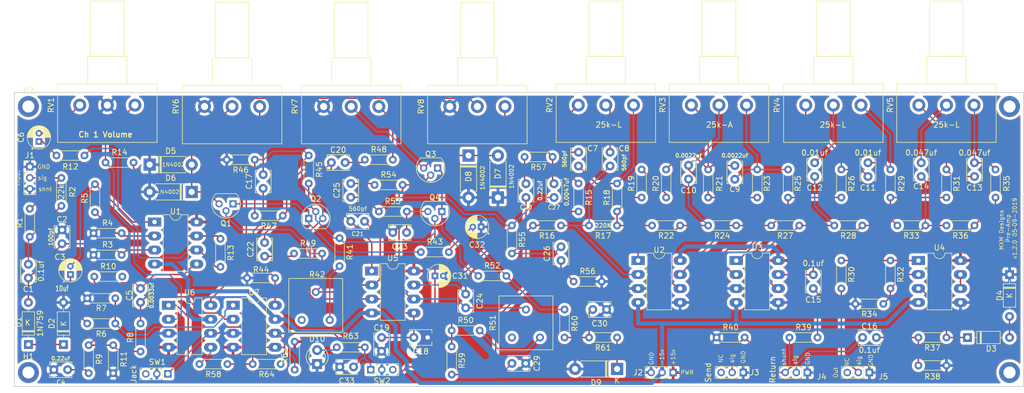
<source format=kicad_pcb>
(kicad_pcb (version 20171130) (host pcbnew "(5.1.2-1)-1")
  (layers (0 F.Cu signal) (31 B.Cu signal) (34 B.Paste user hide) (35 F.Paste user hide) (36 B.SilkS user hide) (37 F.SilkS user) (38 B.Mask user hide) (39 F.Mask user hide) (44 Edge.Cuts user))
  (net 0 "")
  (net 1 "Net-(C1-Pad1)")
  (net 2 "Net-(C1-Pad2)")
  (net 3 GND)
  (net 4 "Net-(C3-Pad1)")
  (net 5 "Net-(C3-Pad2)")
  (net 6 "Net-(C4-Pad1)")
  (net 7 "Net-(C5-Pad2)")
  (net 8 "Net-(C6-Pad2)")
  (net 9 "Net-(C6-Pad1)")
  (net 10 "Net-(C7-Pad1)")
  (net 11 "Net-(C7-Pad2)")
  (net 12 "Net-(C8-Pad2)")
  (net 13 "Net-(C8-Pad1)")
  (net 14 "Net-(C9-Pad2)")
  (net 15 "Net-(C9-Pad1)")
  (net 16 "Net-(C10-Pad1)")
  (net 17 "Net-(C10-Pad2)")
  (net 18 "Net-(C11-Pad2)")
  (net 19 "Net-(C11-Pad1)")
  (net 20 "Net-(C12-Pad1)")
  (net 21 "Net-(C12-Pad2)")
  (net 22 "Net-(C13-Pad1)")
  (net 23 "Net-(C13-Pad2)")
  (net 24 "Net-(C14-Pad2)")
  (net 25 "Net-(C14-Pad1)")
  (net 26 "Net-(C15-Pad1)")
  (net 27 "Net-(C15-Pad2)")
  (net 28 "Net-(C16-Pad2)")
  (net 29 "Net-(C16-Pad1)")
  (net 30 "Net-(D1-Pad1)")
  (net 31 "Net-(D3-Pad1)")
  (net 32 "Net-(D3-Pad2)")
  (net 33 "Net-(J1-Pad2)")
  (net 34 +15V)
  (net 35 -15V)
  (net 36 "Net-(J3-Pad2)")
  (net 37 "Net-(J5-Pad2)")
  (net 38 "Net-(R4-Pad2)")
  (net 39 "Net-(R10-Pad1)")
  (net 40 "Net-(R12-Pad2)")
  (net 41 "Net-(R13-Pad1)")
  (net 42 "Net-(R17-Pad1)")
  (net 43 "Net-(R19-Pad2)")
  (net 44 "Net-(R24-Pad1)")
  (net 45 "Net-(R28-Pad1)")
  (net 46 "Net-(R30-Pad1)")
  (net 47 "Net-(R32-Pad2)")
  (net 48 "Net-(C17-Pad2)")
  (net 49 F)
  (net 50 "Net-(C20-Pad2)")
  (net 51 "Net-(C20-Pad1)")
  (net 52 "Net-(C21-Pad2)")
  (net 53 "Net-(C23-Pad1)")
  (net 54 "Net-(C24-Pad2)")
  (net 55 "Net-(C24-Pad1)")
  (net 56 "Net-(C26-Pad2)")
  (net 57 "Net-(C26-Pad1)")
  (net 58 "Net-(C27-Pad2)")
  (net 59 "Net-(C28-Pad2)")
  (net 60 "Net-(D5-Pad2)")
  (net 61 "Net-(D7-Pad2)")
  (net 62 "Net-(Q1-Pad1)")
  (net 63 D)
  (net 64 "Net-(Q3-Pad1)")
  (net 65 "Net-(R41-Pad2)")
  (net 66 E)
  (net 67 "Net-(R48-Pad2)")
  (net 68 "Net-(R50-Pad2)")
  (net 69 "Net-(U4-Pad6)")
  (net 70 "Net-(C22-Pad1)")
  (net 71 "Net-(C25-Pad1)")
  (net 72 B)
  (net 73 C)
  (net 74 "Net-(D9-Pad1)")
  (net 75 CLEAN-IN)
  (net 76 DIST-IN)
  (net 77 "Net-(R6-Pad1)")
  (net 78 "Net-(R58-Pad1)")
  (net 79 "Net-(R58-Pad2)")
  (net 80 "Net-(C33-Pad1)")
  (net 81 "Net-(D10-Pad2)")
  (net 82 CLEAN-OUT)
  (net 83 TONE-IN)
  (net 84 DIST-OUT)
  (module Package_DIP:DIP-8_W7.62mm_LongPads (layer F.Cu) (at 78.74 86.868)
    (fp_text reference U6 (at 3.81 -2.33) (layer F.SilkS))
    (fp_text value DG419LDJ)
    (pad 8 thru_hole oval (at 7.62 0) (size 2.4 1.6) (drill 0.8) (layers *.Cu *.Mask) (net 84 DIST-OUT))
    (pad 4 thru_hole oval (at 0 7.62) (size 2.4 1.6) (drill 0.8) (layers *.Cu *.Mask) (net 34 +15V))
    (pad 7 thru_hole oval (at 7.62 2.54) (size 2.4 1.6) (drill 0.8) (layers *.Cu *.Mask) (net 35 -15V))
    (pad 3 thru_hole oval (at 0 5.08) (size 2.4 1.6) (drill 0.8) (layers *.Cu *.Mask) (net 3 GND))
    (pad 6 thru_hole oval (at 7.62 5.08) (size 2.4 1.6) (drill 0.8) (layers *.Cu *.Mask) (net 80 "Net-(C33-Pad1)"))
    (pad 2 thru_hole oval (at 0 2.54) (size 2.4 1.6) (drill 0.8) (layers *.Cu *.Mask) (net 82 CLEAN-OUT))
    (pad 5 thru_hole oval (at 7.62 7.62) (size 2.4 1.6) (drill 0.8) (layers *.Cu *.Mask) (net 79 "Net-(R58-Pad2)"))
    (pad 1 thru_hole rect (at 0 0) (size 2.4 1.6) (drill 0.8) (layers *.Cu *.Mask) (net 83 TONE-IN))
  )
  (module Pin_Headers:Pin_Header_Straight_1x03_Pitch2.00mm (layer F.Cu) (at 115.38 98.552 90)
    (fp_text reference SW2 (at -2.032 2.032 180) (layer F.SilkS))
    (fp_text value Panel)
    (pad 1 thru_hole rect (at 0 0 90) (size 1.35 1.35) (drill 0.8) (layers *.Cu *.Mask) (net 80 "Net-(C33-Pad1)"))
    (pad 2 thru_hole oval (at 0 2 90) (size 1.35 1.35) (drill 0.8) (layers *.Cu *.Mask) (net 3 GND))
    (pad 3 thru_hole oval (at 0 4 90) (size 1.35 1.35) (drill 0.8) (layers *.Cu *.Mask))
  )
  (module Pin_Headers:Pin_Header_Straight_1x03_Pitch2.00mm (layer F.Cu) (at 78.613 99.314 270)
    (fp_text reference SW1 (at -2.159 1.905 180) (layer F.SilkS))
    (fp_text value Jack (at 0 6.223 90) (layer F.SilkS))
    (pad 1 thru_hole rect (at 0 0 270) (size 1.35 1.35) (drill 0.8) (layers *.Cu *.Mask) (net 80 "Net-(C33-Pad1)"))
    (pad 2 thru_hole oval (at 0 2 270) (size 1.35 1.35) (drill 0.8) (layers *.Cu *.Mask) (net 3 GND))
    (pad 3 thru_hole oval (at 0 4 270) (size 1.35 1.35) (drill 0.8) (layers *.Cu *.Mask))
  )
  (module Package_DIP:DIP-8_W7.62mm_LongPads (layer F.Cu) (at 90.424 86.868)
    (fp_text reference U7 (at 3.81 -2.33) (layer F.SilkS))
    (fp_text value DG419LDJ)
    (pad 8 thru_hole oval (at 7.62 0) (size 2.4 1.6) (drill 0.8) (layers *.Cu *.Mask) (net 76 DIST-IN))
    (pad 4 thru_hole oval (at 0 7.62) (size 2.4 1.6) (drill 0.8) (layers *.Cu *.Mask) (net 34 +15V))
    (pad 7 thru_hole oval (at 7.62 2.54) (size 2.4 1.6) (drill 0.8) (layers *.Cu *.Mask) (net 35 -15V))
    (pad 3 thru_hole oval (at 0 5.08) (size 2.4 1.6) (drill 0.8) (layers *.Cu *.Mask) (net 3 GND))
    (pad 6 thru_hole oval (at 7.62 5.08) (size 2.4 1.6) (drill 0.8) (layers *.Cu *.Mask) (net 80 "Net-(C33-Pad1)"))
    (pad 2 thru_hole oval (at 0 2.54) (size 2.4 1.6) (drill 0.8) (layers *.Cu *.Mask) (net 75 CLEAN-IN))
    (pad 5 thru_hole oval (at 7.62 7.62) (size 2.4 1.6) (drill 0.8) (layers *.Cu *.Mask) (net 78 "Net-(R58-Pad1)"))
    (pad 1 thru_hole rect (at 0 0) (size 2.4 1.6) (drill 0.8) (layers *.Cu *.Mask) (net 77 "Net-(R6-Pad1)"))
  )
  (module Resistors_THT:R_Axial_DIN0204_L3.6mm_D1.6mm_P5.08mm_Horizontal (layer F.Cu) (at 101.6 98.552 90)
    (fp_text reference R62 (at 2.54 -1.86 90) (layer F.SilkS))
    (fp_text value 2.2k)
    (pad 1 thru_hole circle (at 0 0 90) (size 1.4 1.4) (drill 0.7) (layers *.Cu *.Mask) (net 78 "Net-(R58-Pad1)"))
    (pad 2 thru_hole oval (at 5.08 0 90) (size 1.4 1.4) (drill 0.7) (layers *.Cu *.Mask) (net 34 +15V))
  )
  (module Mounting_Holes:MountingHole_2.2mm_M2_DIN965_Pad (layer F.Cu) (at 231.14 99.06)
    (fp_text reference H4 hide)
    (fp_text value MountingHole hide)
    (pad 1 thru_hole circle (at 0 0) (size 3.8 3.8) (drill 2.2) (layers *.Cu *.Mask))
  )
  (module Mounting_Holes:MountingHole_2.2mm_M2_DIN965_Pad (layer F.Cu) (at 231.14 50.8)
    (fp_text reference H3 hide)
    (fp_text value MountingHole hide)
    (pad 1 thru_hole circle (at 0 0) (size 3.8 3.8) (drill 2.2) (layers *.Cu *.Mask))
  )
  (module Mounting_Holes:MountingHole_2.2mm_M2_DIN965_Pad (layer F.Cu) (at 53.34 50.8)
    (fp_text reference H2 (at 0 -2.9) (layer F.SilkS))
    (fp_text value MountingHole)
    (pad 1 thru_hole circle (at 0 0) (size 3.8 3.8) (drill 2.2) (layers *.Cu *.Mask))
  )
  (module Mounting_Holes:MountingHole_2.2mm_M2_DIN965_Pad (layer F.Cu) (at 53.34 99.06)
    (fp_text reference H1 (at 0 -2.9) (layer F.SilkS))
    (fp_text value MountingHole)
    (pad 1 thru_hole circle (at 0 0) (size 3.8 3.8) (drill 2.2) (layers *.Cu *.Mask))
  )
  (module Potentiometers:Potentiometer_Alps_RK163_Single_Vertical (layer F.Cu) (at 139.7 50.8 90)
    (fp_text reference RV8 (at 0 -15.2 90) (layer F.SilkS))
    (fp_text value 25k-A)
    (pad 3 thru_hole circle (at 0 -10 90) (size 2.34 2.34) (drill 1.3) (layers *.Cu *.Mask) (net 3 GND))
    (pad 2 thru_hole circle (at 0 -5 90) (size 2.34 2.34) (drill 1.3) (layers *.Cu *.Mask) (net 84 DIST-OUT))
    (pad 1 thru_hole circle (at 0 0 90) (size 2.34 2.34) (drill 1.3) (layers *.Cu *.Mask) (net 58 "Net-(C27-Pad2)"))
  )
  (module Potentiometers:Potentiometer_Alps_RK163_Single_Vertical (layer F.Cu) (at 116.84 50.8 90)
    (fp_text reference RV7 (at 0 -15.2 90) (layer F.SilkS))
    (fp_text value 25k-A)
    (pad 3 thru_hole circle (at 0 -10 90) (size 2.34 2.34) (drill 1.3) (layers *.Cu *.Mask) (net 3 GND))
    (pad 2 thru_hole circle (at 0 -5 90) (size 2.34 2.34) (drill 1.3) (layers *.Cu *.Mask) (net 61 "Net-(D7-Pad2)"))
    (pad 1 thru_hole circle (at 0 0 90) (size 2.34 2.34) (drill 1.3) (layers *.Cu *.Mask) (net 67 "Net-(R48-Pad2)"))
  )
  (module Potentiometers:Potentiometer_Alps_RK163_Single_Vertical (layer F.Cu) (at 95.25 50.8 90)
    (fp_text reference RV6 (at 0 -15.2 90) (layer F.SilkS))
    (fp_text value 25k-A)
    (pad 3 thru_hole circle (at 0 -10 90) (size 2.34 2.34) (drill 1.3) (layers *.Cu *.Mask) (net 3 GND))
    (pad 2 thru_hole circle (at 0 -5 90) (size 2.34 2.34) (drill 1.3) (layers *.Cu *.Mask) (net 60 "Net-(D5-Pad2)"))
    (pad 1 thru_hole circle (at 0 0 90) (size 2.34 2.34) (drill 1.3) (layers *.Cu *.Mask) (net 48 "Net-(C17-Pad2)"))
  )
  (module Potentiometers:Potentiometer_Alps_RK163_Single_Vertical (layer F.Cu) (at 224.71 50.546 90)
    (fp_text reference RV5 (at 0 -15.2 90) (layer F.SilkS))
    (fp_text value 25k-L (at -3.556 -5 180) (layer F.SilkS))
    (pad 3 thru_hole circle (at 0 -10 90) (size 2.34 2.34) (drill 1.3) (layers *.Cu *.Mask) (net 23 "Net-(C13-Pad2)"))
    (pad 2 thru_hole circle (at 0 -5 90) (size 2.34 2.34) (drill 1.3) (layers *.Cu *.Mask) (net 25 "Net-(C14-Pad1)"))
    (pad 1 thru_hole circle (at 0 0 90) (size 2.34 2.34) (drill 1.3) (layers *.Cu *.Mask) (net 22 "Net-(C13-Pad1)"))
  )
  (module Potentiometers:Potentiometer_Alps_RK163_Single_Vertical (layer F.Cu) (at 204.216 50.546 90)
    (fp_text reference RV4 (at 0 -15.2 90) (layer F.SilkS))
    (fp_text value 25k-L (at -3.556 -5.08 180) (layer F.SilkS))
    (pad 3 thru_hole circle (at 0 -10 90) (size 2.34 2.34) (drill 1.3) (layers *.Cu *.Mask) (net 18 "Net-(C11-Pad2)"))
    (pad 2 thru_hole circle (at 0 -5 90) (size 2.34 2.34) (drill 1.3) (layers *.Cu *.Mask) (net 20 "Net-(C12-Pad1)"))
    (pad 1 thru_hole circle (at 0 0 90) (size 2.34 2.34) (drill 1.3) (layers *.Cu *.Mask) (net 19 "Net-(C11-Pad1)"))
  )
  (module Potentiometers:Potentiometer_Alps_RK163_Single_Vertical (layer F.Cu) (at 183.482 50.546 90)
    (fp_text reference RV3 (at 0 -15.2 90) (layer F.SilkS))
    (fp_text value 25k-A (at -3.556 -4.92) (layer F.SilkS))
    (pad 3 thru_hole circle (at 0 -10 90) (size 2.34 2.34) (drill 1.3) (layers *.Cu *.Mask) (net 14 "Net-(C9-Pad2)"))
    (pad 2 thru_hole circle (at 0 -5 90) (size 2.34 2.34) (drill 1.3) (layers *.Cu *.Mask) (net 16 "Net-(C10-Pad1)"))
    (pad 1 thru_hole circle (at 0 0 90) (size 2.34 2.34) (drill 1.3) (layers *.Cu *.Mask) (net 15 "Net-(C9-Pad1)"))
  )
  (module Potentiometers:Potentiometer_Alps_RK163_Single_Vertical (layer F.Cu) (at 162.988 50.546 90)
    (fp_text reference RV2 (at 0 -15.2 90) (layer F.SilkS))
    (fp_text value 25k-L (at -3.556 -4.492 180) (layer F.SilkS))
    (pad 3 thru_hole circle (at 0 -10 90) (size 2.34 2.34) (drill 1.3) (layers *.Cu *.Mask) (net 11 "Net-(C7-Pad2)"))
    (pad 2 thru_hole circle (at 0 -5 90) (size 2.34 2.34) (drill 1.3) (layers *.Cu *.Mask) (net 13 "Net-(C8-Pad1)"))
    (pad 1 thru_hole circle (at 0 0 90) (size 2.34 2.34) (drill 1.3) (layers *.Cu *.Mask) (net 10 "Net-(C7-Pad1)"))
  )
  (module Potentiometers:Potentiometer_Alps_RK163_Single_Vertical (layer F.Cu) (at 72.644 50.546 90)
    (fp_text reference RV1 (at 0 -15.2 90) (layer F.SilkS))
    (fp_text value 25k-L)
    (pad 3 thru_hole circle (at 0 -10 90) (size 2.34 2.34) (drill 1.3) (layers *.Cu *.Mask) (net 8 "Net-(C6-Pad2)"))
    (pad 2 thru_hole circle (at 0 -5 90) (size 2.34 2.34) (drill 1.3) (layers *.Cu *.Mask) (net 3 GND))
    (pad 1 thru_hole circle (at 0 0 90) (size 2.34 2.34) (drill 1.3) (layers *.Cu *.Mask) (net 82 CLEAN-OUT))
  )
  (module Resistors_THT:R_Axial_DIN0204_L3.6mm_D1.6mm_P5.08mm_Horizontal (layer F.Cu) (at 99.06 97.536 180)
    (fp_text reference R64 (at 2.54 -1.86) (layer F.SilkS))
    (fp_text value 1K)
    (pad 1 thru_hole circle (at 0 0 180) (size 1.4 1.4) (drill 0.7) (layers *.Cu *.Mask) (net 80 "Net-(C33-Pad1)"))
    (pad 2 thru_hole oval (at 5.08 0 180) (size 1.4 1.4) (drill 0.7) (layers *.Cu *.Mask) (net 78 "Net-(R58-Pad1)"))
  )
  (module Resistors_THT:R_Axial_DIN0204_L3.6mm_D1.6mm_P5.08mm_Horizontal (layer F.Cu) (at 114.3 94.488 180)
    (fp_text reference R63 (at 2.54 2.032) (layer F.SilkS))
    (fp_text value 470)
    (pad 1 thru_hole circle (at 0 0 180) (size 1.4 1.4) (drill 0.7) (layers *.Cu *.Mask) (net 80 "Net-(C33-Pad1)"))
    (pad 2 thru_hole oval (at 5.08 0 180) (size 1.4 1.4) (drill 0.7) (layers *.Cu *.Mask) (net 81 "Net-(D10-Pad2)"))
  )
  (module LEDs:LED_D3.0mm (layer F.Cu) (at 105.664 97.536 90)
    (fp_text reference D10 (at 4.572 0 180) (layer F.SilkS))
    (fp_text value LED)
    (pad 1 thru_hole rect (at 0 0 90) (size 1.8 1.8) (drill 0.9) (layers *.Cu *.Mask) (net 3 GND))
    (pad 2 thru_hole circle (at 2.54 0 90) (size 1.8 1.8) (drill 0.9) (layers *.Cu *.Mask) (net 81 "Net-(D10-Pad2)"))
  )
  (module Capacitors_THT:C_Disc_D3.8mm_W2.6mm_P2.50mm (layer F.Cu) (at 112.268 98.044 180)
    (fp_text reference C33 (at 1.25 -2.54) (layer F.SilkS))
    (fp_text value 1uF)
    (pad 1 thru_hole circle (at 0 0 180) (size 1.6 1.6) (drill 0.8) (layers *.Cu *.Mask) (net 80 "Net-(C33-Pad1)"))
    (pad 2 thru_hole circle (at 2.5 0 180) (size 1.6 1.6) (drill 0.8) (layers *.Cu *.Mask) (net 3 GND))
  )
  (module Resistors_THT:R_Axial_DIN0204_L3.6mm_D1.6mm_P5.08mm_Horizontal (layer F.Cu) (at 160.02 92.71 180)
    (fp_text reference R61 (at 2.54 -1.86) (layer F.SilkS))
    (fp_text value 1k)
    (pad 1 thru_hole circle (at 0 0 180) (size 1.4 1.4) (drill 0.7) (layers *.Cu *.Mask) (net 74 "Net-(D9-Pad1)"))
    (pad 2 thru_hole oval (at 5.08 0 180) (size 1.4 1.4) (drill 0.7) (layers *.Cu *.Mask) (net 73 C))
  )
  (module Resistors_THT:R_Axial_DIN0204_L3.6mm_D1.6mm_P5.08mm_Horizontal (layer F.Cu) (at 150.495 87.63 270)
    (fp_text reference R60 (at 2.54 -1.86 90) (layer F.SilkS))
    (fp_text value 3.3k)
    (pad 1 thru_hole circle (at 0 0 270) (size 1.4 1.4) (drill 0.7) (layers *.Cu *.Mask) (net 66 E))
    (pad 2 thru_hole oval (at 5.08 0 270) (size 1.4 1.4) (drill 0.7) (layers *.Cu *.Mask) (net 73 C))
  )
  (module Resistors_THT:R_Axial_DIN0204_L3.6mm_D1.6mm_P5.08mm_Horizontal (layer F.Cu) (at 130.048 94.361 270)
    (fp_text reference R59 (at 2.54 -1.86 90) (layer F.SilkS))
    (fp_text value 3.3k)
    (pad 1 thru_hole circle (at 0 0 270) (size 1.4 1.4) (drill 0.7) (layers *.Cu *.Mask) (net 63 D))
    (pad 2 thru_hole oval (at 5.08 0 270) (size 1.4 1.4) (drill 0.7) (layers *.Cu *.Mask) (net 72 B))
  )
  (module Resistors_THT:R_Axial_DIN0204_L3.6mm_D1.6mm_P5.08mm_Horizontal (layer F.Cu) (at 89.408 97.536 180)
    (fp_text reference R58 (at 2.54 -1.86) (layer F.SilkS))
    (fp_text value 1k)
    (pad 1 thru_hole circle (at 0 0 180) (size 1.4 1.4) (drill 0.7) (layers *.Cu *.Mask) (net 78 "Net-(R58-Pad1)"))
    (pad 2 thru_hole oval (at 5.08 0 180) (size 1.4 1.4) (drill 0.7) (layers *.Cu *.Mask) (net 79 "Net-(R58-Pad2)"))
  )
  (module Resistors_THT:R_Axial_DIN0204_L3.6mm_D1.6mm_P5.08mm_Horizontal (layer F.Cu) (at 148.336 59.944 180)
    (fp_text reference R57 (at 2.54 -1.86) (layer F.SilkS))
    (fp_text value 12k)
    (pad 1 thru_hole circle (at 0 0 180) (size 1.4 1.4) (drill 0.7) (layers *.Cu *.Mask) (net 58 "Net-(C27-Pad2)"))
    (pad 2 thru_hole oval (at 5.08 0 180) (size 1.4 1.4) (drill 0.7) (layers *.Cu *.Mask) (net 59 "Net-(C28-Pad2)"))
  )
  (module Resistors_THT:R_Axial_DIN0204_L3.6mm_D1.6mm_P5.08mm_Horizontal (layer F.Cu) (at 152.146 82.55)
    (fp_text reference R56 (at 2.54 -1.86) (layer F.SilkS))
    (fp_text value 3.3k)
    (pad 1 thru_hole circle (at 0 0) (size 1.4 1.4) (drill 0.7) (layers *.Cu *.Mask) (net 57 "Net-(C26-Pad1)"))
    (pad 2 thru_hole oval (at 5.08 0) (size 1.4 1.4) (drill 0.7) (layers *.Cu *.Mask) (net 3 GND))
  )
  (module Resistors_THT:R_Axial_DIN0204_L3.6mm_D1.6mm_P5.08mm_Horizontal (layer F.Cu) (at 140.97 72.39 270)
    (fp_text reference R55 (at 2.54 -1.86 90) (layer F.SilkS))
    (fp_text value 3.3k)
    (pad 1 thru_hole circle (at 0 0 270) (size 1.4 1.4) (drill 0.7) (layers *.Cu *.Mask) (net 55 "Net-(C24-Pad1)"))
    (pad 2 thru_hole oval (at 5.08 0 270) (size 1.4 1.4) (drill 0.7) (layers *.Cu *.Mask) (net 56 "Net-(C26-Pad2)"))
  )
  (module Resistors_THT:R_Axial_DIN0204_L3.6mm_D1.6mm_P5.08mm_Horizontal (layer F.Cu) (at 116.078 65.024)
    (fp_text reference R54 (at 2.54 -1.86) (layer F.SilkS))
    (fp_text value 270k)
    (pad 1 thru_hole circle (at 0 0) (size 1.4 1.4) (drill 0.7) (layers *.Cu *.Mask) (net 71 "Net-(C25-Pad1)"))
    (pad 2 thru_hole oval (at 5.08 0) (size 1.4 1.4) (drill 0.7) (layers *.Cu *.Mask) (net 54 "Net-(C24-Pad2)"))
  )
  (module Resistors_THT:R_Axial_DIN0204_L3.6mm_D1.6mm_P5.08mm_Horizontal (layer F.Cu) (at 116.84 69.85)
    (fp_text reference R53 (at 2.54 -1.86) (layer F.SilkS))
    (fp_text value 220k)
    (pad 1 thru_hole circle (at 0 0) (size 1.4 1.4) (drill 0.7) (layers *.Cu *.Mask) (net 55 "Net-(C24-Pad1)"))
    (pad 2 thru_hole oval (at 5.08 0) (size 1.4 1.4) (drill 0.7) (layers *.Cu *.Mask) (net 53 "Net-(C23-Pad1)"))
  )
  (module Resistors_THT:R_Axial_DIN0204_L3.6mm_D1.6mm_P5.08mm_Horizontal (layer F.Cu) (at 134.874 81.534)
    (fp_text reference R52 (at 2.54 -1.86) (layer F.SilkS))
    (fp_text value 220k)
    (pad 1 thru_hole circle (at 0 0) (size 1.4 1.4) (drill 0.7) (layers *.Cu *.Mask) (net 64 "Net-(Q3-Pad1)"))
    (pad 2 thru_hole oval (at 5.08 0) (size 1.4 1.4) (drill 0.7) (layers *.Cu *.Mask) (net 66 E))
  )
  (module Resistors_THT:R_Axial_DIN0204_L3.6mm_D1.6mm_P5.08mm_Horizontal (layer F.Cu) (at 130.048 91.44)
    (fp_text reference R50 (at 2.54 -1.86) (layer F.SilkS))
    (fp_text value 33k)
    (pad 1 thru_hole circle (at 0 0) (size 1.4 1.4) (drill 0.7) (layers *.Cu *.Mask) (net 63 D))
    (pad 2 thru_hole oval (at 5.08 0) (size 1.4 1.4) (drill 0.7) (layers *.Cu *.Mask) (net 68 "Net-(R50-Pad2)"))
  )
  (module Resistors_THT:R_Axial_DIN0204_L3.6mm_D1.6mm_P5.08mm_Horizontal (layer F.Cu) (at 101.473 77.47)
    (fp_text reference R49 (at 2.54 -1.86) (layer F.SilkS))
    (fp_text value 82k)
    (pad 1 thru_hole circle (at 0 0) (size 1.4 1.4) (drill 0.7) (layers *.Cu *.Mask) (net 70 "Net-(C22-Pad1)"))
    (pad 2 thru_hole oval (at 5.08 0) (size 1.4 1.4) (drill 0.7) (layers *.Cu *.Mask) (net 52 "Net-(C21-Pad2)"))
  )
  (module Resistors_THT:R_Axial_DIN0204_L3.6mm_D1.6mm_P5.08mm_Horizontal (layer F.Cu) (at 114.3 60.452)
    (fp_text reference R48 (at 2.54 -1.86) (layer F.SilkS))
    (fp_text value 3.3k)
    (pad 1 thru_hole circle (at 0 0) (size 1.4 1.4) (drill 0.7) (layers *.Cu *.Mask) (net 50 "Net-(C20-Pad2)"))
    (pad 2 thru_hole oval (at 5.08 0) (size 1.4 1.4) (drill 0.7) (layers *.Cu *.Mask) (net 67 "Net-(R48-Pad2)"))
  )
  (module Resistors_THT:R_Axial_DIN0204_L3.6mm_D1.6mm_P5.08mm_Horizontal (layer F.Cu) (at 99.441 70.612 180)
    (fp_text reference R47 (at 2.54 -1.86) (layer F.SilkS))
    (fp_text value 220k)
    (pad 1 thru_hole circle (at 0 0 180) (size 1.4 1.4) (drill 0.7) (layers *.Cu *.Mask) (net 51 "Net-(C20-Pad1)"))
    (pad 2 thru_hole oval (at 5.08 0 180) (size 1.4 1.4) (drill 0.7) (layers *.Cu *.Mask) (net 49 F))
  )
  (module Resistors_THT:R_Axial_DIN0204_L3.6mm_D1.6mm_P5.08mm_Horizontal (layer F.Cu) (at 94.361 60.452 180)
    (fp_text reference R46 (at 2.54 -1.86) (layer F.SilkS))
    (fp_text value 220k)
    (pad 1 thru_hole circle (at 0 0 180) (size 1.4 1.4) (drill 0.7) (layers *.Cu *.Mask) (net 49 F))
    (pad 2 thru_hole oval (at 5.08 0 180) (size 1.4 1.4) (drill 0.7) (layers *.Cu *.Mask) (net 3 GND))
  )
  (module Resistors_THT:R_Axial_DIN0204_L3.6mm_D1.6mm_P5.08mm_Horizontal (layer F.Cu) (at 104.14 64.77 90)
    (fp_text reference R45 (at 2.54 1.905 90) (layer F.SilkS))
    (fp_text value 33k)
    (pad 1 thru_hole circle (at 0 0 90) (size 1.4 1.4) (drill 0.7) (layers *.Cu *.Mask) (net 63 D))
    (pad 2 thru_hole oval (at 5.08 0 90) (size 1.4 1.4) (drill 0.7) (layers *.Cu *.Mask) (net 49 F))
  )
  (module Resistors_THT:R_Axial_DIN0204_L3.6mm_D1.6mm_P5.08mm_Horizontal (layer F.Cu) (at 98.044 81.915 180)
    (fp_text reference R44 (at 2.54 1.524) (layer F.SilkS))
    (fp_text value 120k)
    (pad 1 thru_hole circle (at 0 0 180) (size 1.4 1.4) (drill 0.7) (layers *.Cu *.Mask) (net 76 DIST-IN))
    (pad 2 thru_hole oval (at 5.08 0 180) (size 1.4 1.4) (drill 0.7) (layers *.Cu *.Mask) (net 3 GND))
  )
  (module Resistors_THT:R_Axial_DIN0204_L3.6mm_D1.6mm_P5.08mm_Horizontal (layer F.Cu) (at 124.46 77.216)
    (fp_text reference R43 (at 2.54 -1.86) (layer F.SilkS))
    (fp_text value 220k)
    (pad 1 thru_hole circle (at 0 0) (size 1.4 1.4) (drill 0.7) (layers *.Cu *.Mask) (net 62 "Net-(Q1-Pad1)"))
    (pad 2 thru_hole oval (at 5.08 0) (size 1.4 1.4) (drill 0.7) (layers *.Cu *.Mask) (net 66 E))
  )
  (module Resistors_THT:R_Axial_DIN0204_L3.6mm_D1.6mm_P5.08mm_Horizontal (layer F.Cu) (at 109.728 74.676 270)
    (fp_text reference R41 (at 2.54 -1.86 90) (layer F.SilkS))
    (fp_text value 33k)
    (pad 1 thru_hole circle (at 0 0 270) (size 1.4 1.4) (drill 0.7) (layers *.Cu *.Mask) (net 63 D))
    (pad 2 thru_hole oval (at 5.08 0 270) (size 1.4 1.4) (drill 0.7) (layers *.Cu *.Mask) (net 65 "Net-(R41-Pad2)"))
  )
  (module Resistors_THT:R_Axial_DIN0204_L3.6mm_D1.6mm_P5.08mm_Horizontal (layer F.Cu) (at 178.054 92.71)
    (fp_text reference R40 (at 2.54 -1.86) (layer F.SilkS))
    (fp_text value 5.6k)
    (pad 1 thru_hole circle (at 0 0) (size 1.4 1.4) (drill 0.7) (layers *.Cu *.Mask) (net 3 GND))
    (pad 2 thru_hole oval (at 5.08 0) (size 1.4 1.4) (drill 0.7) (layers *.Cu *.Mask) (net 36 "Net-(J3-Pad2)"))
  )
  (module Resistors_THT:R_Axial_DIN0204_L3.6mm_D1.6mm_P5.08mm_Horizontal (layer F.Cu) (at 191.262 92.71)
    (fp_text reference R39 (at 2.54 -1.86) (layer F.SilkS))
    (fp_text value 33k)
    (pad 1 thru_hole circle (at 0 0) (size 1.4 1.4) (drill 0.7) (layers *.Cu *.Mask) (net 36 "Net-(J3-Pad2)"))
    (pad 2 thru_hole oval (at 5.08 0) (size 1.4 1.4) (drill 0.7) (layers *.Cu *.Mask) (net 26 "Net-(C15-Pad1)"))
  )
  (module Resistors_THT:R_Axial_DIN0204_L3.6mm_D1.6mm_P5.08mm_Horizontal (layer F.Cu) (at 214.63 97.79)
    (fp_text reference R38 (at 2.54 2.032) (layer F.SilkS))
    (fp_text value 220k)
    (pad 1 thru_hole circle (at 0 0) (size 1.4 1.4) (drill 0.7) (layers *.Cu *.Mask) (net 28 "Net-(C16-Pad2)"))
    (pad 2 thru_hole oval (at 5.08 0) (size 1.4 1.4) (drill 0.7) (layers *.Cu *.Mask) (net 3 GND))
  )
  (module Resistors_THT:R_Axial_DIN0204_L3.6mm_D1.6mm_P5.08mm_Horizontal (layer F.Cu) (at 219.71 92.71 180)
    (fp_text reference R37 (at 2.54 -1.86) (layer F.SilkS))
    (fp_text value 12k)
    (pad 1 thru_hole circle (at 0 0 180) (size 1.4 1.4) (drill 0.7) (layers *.Cu *.Mask) (net 31 "Net-(D3-Pad1)"))
    (pad 2 thru_hole oval (at 5.08 0 180) (size 1.4 1.4) (drill 0.7) (layers *.Cu *.Mask) (net 28 "Net-(C16-Pad2)"))
  )
  (module Resistors_THT:R_Axial_DIN0204_L3.6mm_D1.6mm_P5.08mm_Horizontal (layer F.Cu) (at 224.79 72.39 180)
    (fp_text reference R36 (at 2.54 -1.86) (layer F.SilkS))
    (fp_text value 220K)
    (pad 1 thru_hole circle (at 0 0 180) (size 1.4 1.4) (drill 0.7) (layers *.Cu *.Mask) (net 27 "Net-(C15-Pad2)"))
    (pad 2 thru_hole oval (at 5.08 0 180) (size 1.4 1.4) (drill 0.7) (layers *.Cu *.Mask) (net 24 "Net-(C14-Pad2)"))
  )
  (module Resistors_THT:R_Axial_DIN0204_L3.6mm_D1.6mm_P5.08mm_Horizontal (layer F.Cu) (at 228.6 67.31 90)
    (fp_text reference R35 (at 2.54 2.032 90) (layer F.SilkS))
    (fp_text value 3.3k)
    (pad 1 thru_hole circle (at 0 0 90) (size 1.4 1.4) (drill 0.7) (layers *.Cu *.Mask) (net 27 "Net-(C15-Pad2)"))
    (pad 2 thru_hole oval (at 5.08 0 90) (size 1.4 1.4) (drill 0.7) (layers *.Cu *.Mask) (net 22 "Net-(C13-Pad1)"))
  )
  (module Resistors_THT:R_Axial_DIN0204_L3.6mm_D1.6mm_P5.08mm_Horizontal (layer F.Cu) (at 208.28 86.614 180)
    (fp_text reference R34 (at 2.54 -1.86) (layer F.SilkS))
    (fp_text value 5.6k)
    (pad 1 thru_hole circle (at 0 0 180) (size 1.4 1.4) (drill 0.7) (layers *.Cu *.Mask) (net 47 "Net-(R32-Pad2)"))
    (pad 2 thru_hole oval (at 5.08 0 180) (size 1.4 1.4) (drill 0.7) (layers *.Cu *.Mask) (net 3 GND))
  )
  (module Resistors_THT:R_Axial_DIN0204_L3.6mm_D1.6mm_P5.08mm_Horizontal (layer F.Cu) (at 215.9 72.39 180)
    (fp_text reference R33 (at 2.54 -1.86) (layer F.SilkS))
    (fp_text value 220K)
    (pad 1 thru_hole circle (at 0 0 180) (size 1.4 1.4) (drill 0.7) (layers *.Cu *.Mask) (net 24 "Net-(C14-Pad2)"))
    (pad 2 thru_hole oval (at 5.08 0 180) (size 1.4 1.4) (drill 0.7) (layers *.Cu *.Mask) (net 45 "Net-(R28-Pad1)"))
  )
  (module Resistors_THT:R_Axial_DIN0204_L3.6mm_D1.6mm_P5.08mm_Horizontal (layer F.Cu) (at 209.55 78.74 270)
    (fp_text reference R32 (at 2.54 -1.86 90) (layer F.SilkS))
    (fp_text value 22k)
    (pad 1 thru_hole circle (at 0 0 270) (size 1.4 1.4) (drill 0.7) (layers *.Cu *.Mask) (net 46 "Net-(R30-Pad1)"))
    (pad 2 thru_hole oval (at 5.08 0 270) (size 1.4 1.4) (drill 0.7) (layers *.Cu *.Mask) (net 47 "Net-(R32-Pad2)"))
  )
  (module Resistors_THT:R_Axial_DIN0204_L3.6mm_D1.6mm_P5.08mm_Horizontal (layer F.Cu) (at 219.71 62.23 270)
    (fp_text reference R31 (at 2.54 -1.86 90) (layer F.SilkS))
    (fp_text value 3.3k)
    (pad 1 thru_hole circle (at 0 0 270) (size 1.4 1.4) (drill 0.7) (layers *.Cu *.Mask) (net 23 "Net-(C13-Pad2)"))
    (pad 2 thru_hole oval (at 5.08 0 270) (size 1.4 1.4) (drill 0.7) (layers *.Cu *.Mask) (net 45 "Net-(R28-Pad1)"))
  )
  (module Resistors_THT:R_Axial_DIN0204_L3.6mm_D1.6mm_P5.08mm_Horizontal (layer F.Cu) (at 200.66 78.74 270)
    (fp_text reference R30 (at 2.54 -1.86 90) (layer F.SilkS))
    (fp_text value 33k)
    (pad 1 thru_hole circle (at 0 0 270) (size 1.4 1.4) (drill 0.7) (layers *.Cu *.Mask) (net 46 "Net-(R30-Pad1)"))
    (pad 2 thru_hole oval (at 5.08 0 270) (size 1.4 1.4) (drill 0.7) (layers *.Cu *.Mask) (net 37 "Net-(J5-Pad2)"))
  )
  (module Resistors_THT:R_Axial_DIN0204_L3.6mm_D1.6mm_P5.08mm_Horizontal (layer F.Cu) (at 209.55 67.31 90)
    (fp_text reference R29 (at 2.54 2.032 90) (layer F.SilkS))
    (fp_text value 5.6k)
    (pad 1 thru_hole circle (at 0 0 90) (size 1.4 1.4) (drill 0.7) (layers *.Cu *.Mask) (net 45 "Net-(R28-Pad1)"))
    (pad 2 thru_hole oval (at 5.08 0 90) (size 1.4 1.4) (drill 0.7) (layers *.Cu *.Mask) (net 19 "Net-(C11-Pad1)"))
  )
  (module Resistors_THT:R_Axial_DIN0204_L3.6mm_D1.6mm_P5.08mm_Horizontal (layer F.Cu) (at 204.47 72.39 180)
    (fp_text reference R28 (at 2.54 -1.86) (layer F.SilkS))
    (fp_text value 220K)
    (pad 1 thru_hole circle (at 0 0 180) (size 1.4 1.4) (drill 0.7) (layers *.Cu *.Mask) (net 45 "Net-(R28-Pad1)"))
    (pad 2 thru_hole oval (at 5.08 0 180) (size 1.4 1.4) (drill 0.7) (layers *.Cu *.Mask) (net 21 "Net-(C12-Pad2)"))
  )
  (module Resistors_THT:R_Axial_DIN0204_L3.6mm_D1.6mm_P5.08mm_Horizontal (layer F.Cu) (at 193.04 72.39 180)
    (fp_text reference R27 (at 2.54 -1.86) (layer F.SilkS))
    (fp_text value 220K)
    (pad 1 thru_hole circle (at 0 0 180) (size 1.4 1.4) (drill 0.7) (layers *.Cu *.Mask) (net 21 "Net-(C12-Pad2)"))
    (pad 2 thru_hole oval (at 5.08 0 180) (size 1.4 1.4) (drill 0.7) (layers *.Cu *.Mask) (net 44 "Net-(R24-Pad1)"))
  )
  (module Resistors_THT:R_Axial_DIN0204_L3.6mm_D1.6mm_P5.08mm_Horizontal (layer F.Cu) (at 200.66 62.23 270)
    (fp_text reference R26 (at 2.54 -1.86 90) (layer F.SilkS))
    (fp_text value 5.6k)
    (pad 1 thru_hole circle (at 0 0 270) (size 1.4 1.4) (drill 0.7) (layers *.Cu *.Mask) (net 18 "Net-(C11-Pad2)"))
    (pad 2 thru_hole oval (at 5.08 0 270) (size 1.4 1.4) (drill 0.7) (layers *.Cu *.Mask) (net 44 "Net-(R24-Pad1)"))
  )
  (module Resistors_THT:R_Axial_DIN0204_L3.6mm_D1.6mm_P5.08mm_Horizontal (layer F.Cu) (at 191.008 67.31 90)
    (fp_text reference R25 (at 2.54 1.778 90) (layer F.SilkS))
    (fp_text value 5.6k)
    (pad 1 thru_hole circle (at 0 0 90) (size 1.4 1.4) (drill 0.7) (layers *.Cu *.Mask) (net 44 "Net-(R24-Pad1)"))
    (pad 2 thru_hole oval (at 5.08 0 90) (size 1.4 1.4) (drill 0.7) (layers *.Cu *.Mask) (net 15 "Net-(C9-Pad1)"))
  )
  (module Resistors_THT:R_Axial_DIN0204_L3.6mm_D1.6mm_P5.08mm_Horizontal (layer F.Cu) (at 181.61 72.39 180)
    (fp_text reference R24 (at 2.54 -1.86) (layer F.SilkS))
    (fp_text value 220K)
    (pad 1 thru_hole circle (at 0 0 180) (size 1.4 1.4) (drill 0.7) (layers *.Cu *.Mask) (net 44 "Net-(R24-Pad1)"))
    (pad 2 thru_hole oval (at 5.08 0 180) (size 1.4 1.4) (drill 0.7) (layers *.Cu *.Mask) (net 17 "Net-(C10-Pad2)"))
  )
  (module Resistors_THT:R_Axial_DIN0204_L3.6mm_D1.6mm_P5.08mm_Horizontal (layer F.Cu) (at 185.42 67.31 90)
    (fp_text reference R23 (at 2.54 1.778 90) (layer F.SilkS))
    (fp_text value 12k)
    (pad 1 thru_hole circle (at 0 0 90) (size 1.4 1.4) (drill 0.7) (layers *.Cu *.Mask) (net 16 "Net-(C10-Pad1)"))
    (pad 2 thru_hole oval (at 5.08 0 90) (size 1.4 1.4) (drill 0.7) (layers *.Cu *.Mask) (net 15 "Net-(C9-Pad1)"))
  )
  (module Resistors_THT:R_Axial_DIN0204_L3.6mm_D1.6mm_P5.08mm_Horizontal (layer F.Cu) (at 171.45 72.39 180)
    (fp_text reference R22 (at 2.54 -1.86) (layer F.SilkS))
    (fp_text value 220K)
    (pad 1 thru_hole circle (at 0 0 180) (size 1.4 1.4) (drill 0.7) (layers *.Cu *.Mask) (net 17 "Net-(C10-Pad2)"))
    (pad 2 thru_hole oval (at 5.08 0 180) (size 1.4 1.4) (drill 0.7) (layers *.Cu *.Mask) (net 42 "Net-(R17-Pad1)"))
  )
  (module Resistors_THT:R_Axial_DIN0204_L3.6mm_D1.6mm_P5.08mm_Horizontal (layer F.Cu) (at 176.53 67.31 90)
    (fp_text reference R21 (at 2.54 2.032 90) (layer F.SilkS))
    (fp_text value 12k)
    (pad 1 thru_hole circle (at 0 0 90) (size 1.4 1.4) (drill 0.7) (layers *.Cu *.Mask) (net 16 "Net-(C10-Pad1)"))
    (pad 2 thru_hole oval (at 5.08 0 90) (size 1.4 1.4) (drill 0.7) (layers *.Cu *.Mask) (net 14 "Net-(C9-Pad2)"))
  )
  (module Resistors_THT:R_Axial_DIN0204_L3.6mm_D1.6mm_P5.08mm_Horizontal (layer F.Cu) (at 168.91 67.31 90)
    (fp_text reference R20 (at 2.54 -1.86 90) (layer F.SilkS))
    (fp_text value 12k)
    (pad 1 thru_hole circle (at 0 0 90) (size 1.4 1.4) (drill 0.7) (layers *.Cu *.Mask) (net 43 "Net-(R19-Pad2)"))
    (pad 2 thru_hole oval (at 5.08 0 90) (size 1.4 1.4) (drill 0.7) (layers *.Cu *.Mask) (net 14 "Net-(C9-Pad2)"))
  )
  (module Resistors_THT:R_Axial_DIN0204_L3.6mm_D1.6mm_P5.08mm_Horizontal (layer F.Cu) (at 164.465 67.31 90)
    (fp_text reference R19 (at 2.54 -1.86 90) (layer F.SilkS))
    (fp_text value 5.6k)
    (pad 1 thru_hole circle (at 0 0 90) (size 1.4 1.4) (drill 0.7) (layers *.Cu *.Mask) (net 42 "Net-(R17-Pad1)"))
    (pad 2 thru_hole oval (at 5.08 0 90) (size 1.4 1.4) (drill 0.7) (layers *.Cu *.Mask) (net 43 "Net-(R19-Pad2)"))
  )
  (module Resistors_THT:R_Axial_DIN0204_L3.6mm_D1.6mm_P5.08mm_Horizontal (layer F.Cu) (at 160.02 69.85 90)
    (fp_text reference R18 (at 2.54 -1.86 90) (layer F.SilkS))
    (fp_text value 3.3k)
    (pad 1 thru_hole circle (at 0 0 90) (size 1.4 1.4) (drill 0.7) (layers *.Cu *.Mask) (net 42 "Net-(R17-Pad1)"))
    (pad 2 thru_hole oval (at 5.08 0 90) (size 1.4 1.4) (drill 0.7) (layers *.Cu *.Mask) (net 10 "Net-(C7-Pad1)"))
  )
  (module Resistors_THT:R_Axial_DIN0204_L3.6mm_D1.6mm_P5.08mm_Horizontal (layer F.Cu) (at 160.02 72.39 180)
    (fp_text reference R17 (at 2.54 -1.86) (layer F.SilkS))
    (fp_text value 220K (at 2.54 0) (layer F.SilkS) (effects (font (size 0.762 0.762))))
    (pad 1 thru_hole circle (at 0 0 180) (size 1.4 1.4) (drill 0.7) (layers *.Cu *.Mask) (net 42 "Net-(R17-Pad1)"))
    (pad 2 thru_hole oval (at 5.08 0 180) (size 1.4 1.4) (drill 0.7) (layers *.Cu *.Mask) (net 12 "Net-(C8-Pad2)"))
  )
  (module Resistors_THT:R_Axial_DIN0204_L3.6mm_D1.6mm_P5.08mm_Horizontal (layer F.Cu) (at 149.86 72.39 180)
    (fp_text reference R16 (at 2.54 -1.86) (layer F.SilkS))
    (fp_text value 220K)
    (pad 1 thru_hole circle (at 0 0 180) (size 1.4 1.4) (drill 0.7) (layers *.Cu *.Mask) (net 12 "Net-(C8-Pad2)"))
    (pad 2 thru_hole oval (at 5.08 0 180) (size 1.4 1.4) (drill 0.7) (layers *.Cu *.Mask) (net 83 TONE-IN))
  )
  (module Resistors_THT:R_Axial_DIN0204_L3.6mm_D1.6mm_P5.08mm_Horizontal (layer F.Cu) (at 153.035 64.77 270)
    (fp_text reference R15 (at 2.54 -1.86 90) (layer F.SilkS))
    (fp_text value 3.3k)
    (pad 1 thru_hole circle (at 0 0 270) (size 1.4 1.4) (drill 0.7) (layers *.Cu *.Mask) (net 11 "Net-(C7-Pad2)"))
    (pad 2 thru_hole oval (at 5.08 0 270) (size 1.4 1.4) (drill 0.7) (layers *.Cu *.Mask) (net 83 TONE-IN))
  )
  (module Resistors_THT:R_Axial_DIN0204_L3.6mm_D1.6mm_P5.08mm_Horizontal (layer F.Cu) (at 67.31 60.96)
    (fp_text reference R14 (at 2.54 -1.86) (layer F.SilkS))
    (fp_text value 3.3k)
    (pad 1 thru_hole circle (at 0 0) (size 1.4 1.4) (drill 0.7) (layers *.Cu *.Mask) (net 82 CLEAN-OUT))
    (pad 2 thru_hole oval (at 5.08 0) (size 1.4 1.4) (drill 0.7) (layers *.Cu *.Mask) (net 41 "Net-(R13-Pad1)"))
  )
  (module Resistors_THT:R_Axial_DIN0204_L3.6mm_D1.6mm_P5.08mm_Horizontal (layer F.Cu) (at 88.138 74.803 270)
    (fp_text reference R13 (at 2.54 -1.86 90) (layer F.SilkS))
    (fp_text value 82k)
    (pad 1 thru_hole circle (at 0 0 270) (size 1.4 1.4) (drill 0.7) (layers *.Cu *.Mask) (net 41 "Net-(R13-Pad1)"))
    (pad 2 thru_hole oval (at 5.08 0 270) (size 1.4 1.4) (drill 0.7) (layers *.Cu *.Mask) (net 40 "Net-(R12-Pad2)"))
  )
  (module Resistors_THT:R_Axial_DIN0204_L3.6mm_D1.6mm_P5.08mm_Horizontal (layer F.Cu) (at 58.42 59.69)
    (fp_text reference R12 (at 2.54 2.032) (layer F.SilkS))
    (fp_text value 1k)
    (pad 1 thru_hole circle (at 0 0) (size 1.4 1.4) (drill 0.7) (layers *.Cu *.Mask) (net 9 "Net-(C6-Pad1)"))
    (pad 2 thru_hole oval (at 5.08 0) (size 1.4 1.4) (drill 0.7) (layers *.Cu *.Mask) (net 40 "Net-(R12-Pad2)"))
  )
  (module Resistors_THT:R_Axial_DIN0204_L3.6mm_D1.6mm_P5.08mm_Horizontal (layer F.Cu) (at 68.707 99.187 90)
    (fp_text reference R11 (at 2.54 1.905 90) (layer F.SilkS))
    (fp_text value 22k)
    (pad 1 thru_hole circle (at 0 0 90) (size 1.4 1.4) (drill 0.7) (layers *.Cu *.Mask) (net 3 GND))
    (pad 2 thru_hole oval (at 5.08 0 90) (size 1.4 1.4) (drill 0.7) (layers *.Cu *.Mask) (net 39 "Net-(R10-Pad1)"))
  )
  (module Resistors_THT:R_Axial_DIN0204_L3.6mm_D1.6mm_P5.08mm_Horizontal (layer F.Cu) (at 65.278 81.661)
    (fp_text reference R10 (at 2.54 -1.86) (layer F.SilkS))
    (fp_text value 22k)
    (pad 1 thru_hole circle (at 0 0) (size 1.4 1.4) (drill 0.7) (layers *.Cu *.Mask) (net 39 "Net-(R10-Pad1)"))
    (pad 2 thru_hole oval (at 5.08 0) (size 1.4 1.4) (drill 0.7) (layers *.Cu *.Mask) (net 7 "Net-(C5-Pad2)"))
  )
  (module Resistors_THT:R_Axial_DIN0204_L3.6mm_D1.6mm_P5.08mm_Horizontal (layer F.Cu) (at 64.262 99.187 90)
    (fp_text reference R9 (at 2.54 1.905 90) (layer F.SilkS))
    (fp_text value 1k)
    (pad 1 thru_hole circle (at 0 0 90) (size 1.4 1.4) (drill 0.7) (layers *.Cu *.Mask) (net 6 "Net-(C4-Pad1)"))
    (pad 2 thru_hole oval (at 5.08 0 90) (size 1.4 1.4) (drill 0.7) (layers *.Cu *.Mask) (net 39 "Net-(R10-Pad1)"))
  )
  (module Resistors_THT:R_Axial_DIN0204_L3.6mm_D1.6mm_P5.08mm_Horizontal (layer F.Cu) (at 73.66 95.25 90)
    (fp_text reference R8 (at 2.54 -1.86 90) (layer F.SilkS))
    (fp_text value 12k)
    (pad 1 thru_hole circle (at 0 0 90) (size 1.4 1.4) (drill 0.7) (layers *.Cu *.Mask) (net 39 "Net-(R10-Pad1)"))
    (pad 2 thru_hole oval (at 5.08 0 90) (size 1.4 1.4) (drill 0.7) (layers *.Cu *.Mask) (net 75 CLEAN-IN))
  )
  (module Resistors_THT:R_Axial_DIN0204_L3.6mm_D1.6mm_P5.08mm_Horizontal (layer F.Cu) (at 64.008 85.598)
    (fp_text reference R7 (at 2.54 1.778) (layer F.SilkS))
    (fp_text value 22k)
    (pad 1 thru_hole circle (at 0 0) (size 1.4 1.4) (drill 0.7) (layers *.Cu *.Mask) (net 3 GND))
    (pad 2 thru_hole oval (at 5.08 0) (size 1.4 1.4) (drill 0.7) (layers *.Cu *.Mask) (net 77 "Net-(R6-Pad1)"))
  )
  (module Resistors_THT:R_Axial_DIN0204_L3.6mm_D1.6mm_P5.08mm_Horizontal (layer F.Cu) (at 69.088 90.17 180)
    (fp_text reference R6 (at 2.54 -1.905) (layer F.SilkS))
    (fp_text value 3.3k)
    (pad 1 thru_hole circle (at 0 0 180) (size 1.4 1.4) (drill 0.7) (layers *.Cu *.Mask) (net 77 "Net-(R6-Pad1)"))
    (pad 2 thru_hole oval (at 5.08 0 180) (size 1.4 1.4) (drill 0.7) (layers *.Cu *.Mask) (net 4 "Net-(C3-Pad1)"))
  )
  (module Resistors_THT:R_Axial_DIN0204_L3.6mm_D1.6mm_P5.08mm_Horizontal (layer F.Cu) (at 65.405 69.977 90)
    (fp_text reference R5 (at 2.54 -1.86 90) (layer F.SilkS))
    (fp_text value 33k)
    (pad 1 thru_hole circle (at 0 0 90) (size 1.4 1.4) (drill 0.7) (layers *.Cu *.Mask) (net 38 "Net-(R4-Pad2)"))
    (pad 2 thru_hole oval (at 5.08 0 90) (size 1.4 1.4) (drill 0.7) (layers *.Cu *.Mask) (net 5 "Net-(C3-Pad2)"))
  )
  (module Resistors_THT:R_Axial_DIN0204_L3.6mm_D1.6mm_P5.08mm_Horizontal (layer F.Cu) (at 65.151 73.787)
    (fp_text reference R4 (at 2.54 -1.86) (layer F.SilkS))
    (fp_text value 3.3k)
    (pad 1 thru_hole circle (at 0 0) (size 1.4 1.4) (drill 0.7) (layers *.Cu *.Mask) (net 3 GND))
    (pad 2 thru_hole oval (at 5.08 0) (size 1.4 1.4) (drill 0.7) (layers *.Cu *.Mask) (net 38 "Net-(R4-Pad2)"))
  )
  (module Resistors_THT:R_Axial_DIN0204_L3.6mm_D1.6mm_P5.08mm_Horizontal (layer F.Cu) (at 65.151 77.724)
    (fp_text reference R3 (at 2.54 -1.86) (layer F.SilkS))
    (fp_text value 220k)
    (pad 1 thru_hole circle (at 0 0) (size 1.4 1.4) (drill 0.7) (layers *.Cu *.Mask) (net 3 GND))
    (pad 2 thru_hole oval (at 5.08 0) (size 1.4 1.4) (drill 0.7) (layers *.Cu *.Mask) (net 1 "Net-(C1-Pad1)"))
  )
  (module Resistors_THT:R_Axial_DIN0204_L3.6mm_D1.6mm_P5.08mm_Horizontal (layer F.Cu) (at 59.309 68.834 90)
    (fp_text reference R2 (at 2.54 2.032 90) (layer F.SilkS))
    (fp_text value 22k (at 2.54 0 90) (layer F.SilkS))
    (pad 1 thru_hole circle (at 0 0 90) (size 1.4 1.4) (drill 0.7) (layers *.Cu *.Mask) (net 2 "Net-(C1-Pad2)"))
    (pad 2 thru_hole oval (at 5.08 0 90) (size 1.4 1.4) (drill 0.7) (layers *.Cu *.Mask) (net 33 "Net-(J1-Pad2)"))
  )
  (module Resistors_THT:R_Axial_DIN0204_L3.6mm_D1.6mm_P5.08mm_Horizontal (layer F.Cu) (at 53.594 74.422 90)
    (fp_text reference R1 (at 2.54 -1.86 90) (layer F.SilkS))
    (fp_text value 33k)
    (pad 1 thru_hole circle (at 0 0 90) (size 1.4 1.4) (drill 0.7) (layers *.Cu *.Mask) (net 2 "Net-(C1-Pad2)"))
    (pad 2 thru_hole oval (at 5.08 0 90) (size 1.4 1.4) (drill 0.7) (layers *.Cu *.Mask) (net 33 "Net-(J1-Pad2)"))
  )
  (module Package_DIP:DIP-8_W7.62mm_LongPads (layer F.Cu) (at 163.83 78.74)
    (fp_text reference U2 (at 3.81 -1.905) (layer F.SilkS))
    (fp_text value LF353N)
    (pad 1 thru_hole rect (at 0 0) (size 2.4 1.6) (drill 0.8) (layers *.Cu *.Mask) (net 42 "Net-(R17-Pad1)"))
    (pad 5 thru_hole oval (at 7.62 7.62) (size 2.4 1.6) (drill 0.8) (layers *.Cu *.Mask) (net 3 GND))
    (pad 2 thru_hole oval (at 0 2.54) (size 2.4 1.6) (drill 0.8) (layers *.Cu *.Mask) (net 12 "Net-(C8-Pad2)"))
    (pad 6 thru_hole oval (at 7.62 5.08) (size 2.4 1.6) (drill 0.8) (layers *.Cu *.Mask) (net 17 "Net-(C10-Pad2)"))
    (pad 3 thru_hole oval (at 0 5.08) (size 2.4 1.6) (drill 0.8) (layers *.Cu *.Mask) (net 3 GND))
    (pad 7 thru_hole oval (at 7.62 2.54) (size 2.4 1.6) (drill 0.8) (layers *.Cu *.Mask) (net 44 "Net-(R24-Pad1)"))
    (pad 4 thru_hole oval (at 0 7.62) (size 2.4 1.6) (drill 0.8) (layers *.Cu *.Mask) (net 35 -15V))
    (pad 8 thru_hole oval (at 7.62 0) (size 2.4 1.6) (drill 0.8) (layers *.Cu *.Mask) (net 34 +15V))
  )
  (module Potentiometer_THT:Potentiometer_Bourns_3386F_Vertical (layer F.Cu) (at 107.95 89.535 90)
    (fp_text reference R42 (at 8.255 -2.286 180) (layer F.SilkS))
    (fp_text value 25k)
    (pad 1 thru_hole circle (at 0 0 90) (size 1.44 1.44) (drill 0.8) (layers *.Cu *.Mask) (net 65 "Net-(R41-Pad2)"))
    (pad 2 thru_hole circle (at 5.08 -2.54 90) (size 1.44 1.44) (drill 0.8) (layers *.Cu *.Mask) (net 52 "Net-(C21-Pad2)"))
    (pad 3 thru_hole circle (at 0 -5.08 90) (size 1.44 1.44) (drill 0.8) (layers *.Cu *.Mask))
  )
  (module Potentiometer_THT:Potentiometer_Bourns_3386F_Vertical (layer F.Cu) (at 146.05 92.71 90)
    (fp_text reference R51 (at 2.655 -8.555 90) (layer F.SilkS))
    (fp_text value 25k)
    (pad 1 thru_hole circle (at 0 0 90) (size 1.44 1.44) (drill 0.8) (layers *.Cu *.Mask) (net 68 "Net-(R50-Pad2)"))
    (pad 2 thru_hole circle (at 5.08 -2.54 90) (size 1.44 1.44) (drill 0.8) (layers *.Cu *.Mask) (net 54 "Net-(C24-Pad2)"))
    (pad 3 thru_hole circle (at 0 -5.08 90) (size 1.44 1.44) (drill 0.8) (layers *.Cu *.Mask))
  )
  (module Diode_THT:D_DO-41_SOD81_P7.62mm_Horizontal (layer F.Cu) (at 160.02 98.425 180)
    (fp_text reference D9 (at 3.81 -2.47) (layer F.SilkS))
    (fp_text value 1N4002)
    (fp_text user K (at 0 -2.1) (layer F.SilkS))
    (pad 2 thru_hole oval (at 7.62 0 180) (size 2.2 2.2) (drill 1.1) (layers *.Cu *.Mask) (net 3 GND))
    (pad 1 thru_hole rect (at 0 0 180) (size 2.2 2.2) (drill 1.1) (layers *.Cu *.Mask) (net 74 "Net-(D9-Pad1)"))
  )
  (module Capacitor_THT:CP_Radial_D4.0mm_P1.50mm (layer F.Cu) (at 135.382 72.644 180)
    (fp_text reference C32 (at 0.75 -3.25) (layer F.SilkS))
    (fp_text value 10uf)
    (pad 2 thru_hole circle (at 1.5 0 180) (size 1.2 1.2) (drill 0.6) (layers *.Cu *.Mask) (net 66 E))
    (pad 1 thru_hole rect (at 0 0 180) (size 1.2 1.2) (drill 0.6) (layers *.Cu *.Mask) (net 3 GND))
  )
  (module Capacitor_THT:CP_Radial_D4.0mm_P1.50mm (layer F.Cu) (at 127.024 81.534)
    (fp_text reference C31 (at 4.548 0) (layer F.SilkS))
    (fp_text value 10uf)
    (pad 2 thru_hole circle (at 1.5 0) (size 1.2 1.2) (drill 0.6) (layers *.Cu *.Mask) (net 3 GND))
    (pad 1 thru_hole rect (at 0 0) (size 1.2 1.2) (drill 0.6) (layers *.Cu *.Mask) (net 63 D))
  )
  (module Capacitor_THT:C_Disc_D3.8mm_W2.6mm_P2.50mm (layer F.Cu) (at 158.115 87.63 180)
    (fp_text reference C30 (at 1.25 -2.55) (layer F.SilkS))
    (fp_text value 0.01uf)
    (pad 2 thru_hole circle (at 2.5 0 180) (size 1.6 1.6) (drill 0.8) (layers *.Cu *.Mask) (net 73 C))
    (pad 1 thru_hole circle (at 0 0 180) (size 1.6 1.6) (drill 0.8) (layers *.Cu *.Mask) (net 3 GND))
  )
  (module Capacitor_THT:C_Disc_D3.8mm_W2.6mm_P2.50mm (layer F.Cu) (at 140.97 97.409)
    (fp_text reference C29 (at 4.532 0 270) (layer F.SilkS))
    (fp_text value 0.01uf)
    (pad 2 thru_hole circle (at 2.5 0) (size 1.6 1.6) (drill 0.8) (layers *.Cu *.Mask) (net 3 GND))
    (pad 1 thru_hole circle (at 0 0) (size 1.6 1.6) (drill 0.8) (layers *.Cu *.Mask) (net 72 B))
  )
  (module Package_DIP:DIP-8_W7.62mm_LongPads (layer F.Cu) (at 115.57 80.645)
    (fp_text reference U5 (at 3.81 -2.33) (layer F.SilkS))
    (fp_text value LF353N)
    (pad 8 thru_hole oval (at 7.62 0) (size 2.4 1.6) (drill 0.8) (layers *.Cu *.Mask) (net 34 +15V))
    (pad 4 thru_hole oval (at 0 7.62) (size 2.4 1.6) (drill 0.8) (layers *.Cu *.Mask) (net 35 -15V))
    (pad 7 thru_hole oval (at 7.62 2.54) (size 2.4 1.6) (drill 0.8) (layers *.Cu *.Mask) (net 55 "Net-(C24-Pad1)"))
    (pad 3 thru_hole oval (at 0 5.08) (size 2.4 1.6) (drill 0.8) (layers *.Cu *.Mask) (net 49 F))
    (pad 6 thru_hole oval (at 7.62 5.08) (size 2.4 1.6) (drill 0.8) (layers *.Cu *.Mask) (net 54 "Net-(C24-Pad2)"))
    (pad 2 thru_hole oval (at 0 2.54) (size 2.4 1.6) (drill 0.8) (layers *.Cu *.Mask) (net 52 "Net-(C21-Pad2)"))
    (pad 5 thru_hole oval (at 7.62 7.62) (size 2.4 1.6) (drill 0.8) (layers *.Cu *.Mask) (net 49 F))
    (pad 1 thru_hole rect (at 0 0) (size 2.4 1.6) (drill 0.8) (layers *.Cu *.Mask) (net 51 "Net-(C20-Pad1)"))
  )
  (module Package_TO_SOT_THT:TO-92 (layer F.Cu) (at 128.27 69.85 180)
    (fp_text reference Q4 (at 1.27 2.54) (layer F.SilkS))
    (fp_text value "J113 NJFET" hide)
    (pad 1 thru_hole rect (at 0 0 270) (size 1.3 1.3) (drill 0.75) (layers *.Cu *.Mask) (net 64 "Net-(Q3-Pad1)"))
    (pad 3 thru_hole circle (at 2.54 0 270) (size 1.3 1.3) (drill 0.75) (layers *.Cu *.Mask) (net 53 "Net-(C23-Pad1)"))
    (pad 2 thru_hole circle (at 1.27 -1.27 270) (size 1.3 1.3) (drill 0.75) (layers *.Cu *.Mask) (net 63 D))
  )
  (module Package_TO_SOT_THT:TO-92 (layer F.Cu) (at 127.508 61.976 180)
    (fp_text reference Q3 (at 1.27 2.54) (layer F.SilkS))
    (fp_text value "J113 NJFET")
    (pad 1 thru_hole rect (at 0 0 270) (size 1.3 1.3) (drill 0.75) (layers *.Cu *.Mask) (net 64 "Net-(Q3-Pad1)"))
    (pad 3 thru_hole circle (at 2.54 0 270) (size 1.3 1.3) (drill 0.75) (layers *.Cu *.Mask) (net 61 "Net-(D7-Pad2)"))
    (pad 2 thru_hole circle (at 1.27 -1.27 270) (size 1.3 1.3) (drill 0.75) (layers *.Cu *.Mask) (net 54 "Net-(C24-Pad2)"))
  )
  (module Package_TO_SOT_THT:TO-92 (layer F.Cu) (at 104.14 71.12)
    (fp_text reference Q2 (at 1.27 -3.56) (layer F.SilkS))
    (fp_text value "J113 NJFET")
    (pad 1 thru_hole rect (at 0 0 90) (size 1.3 1.3) (drill 0.75) (layers *.Cu *.Mask) (net 62 "Net-(Q1-Pad1)"))
    (pad 3 thru_hole circle (at 2.54 0 90) (size 1.3 1.3) (drill 0.75) (layers *.Cu *.Mask) (net 49 F))
    (pad 2 thru_hole circle (at 1.27 -1.27 90) (size 1.3 1.3) (drill 0.75) (layers *.Cu *.Mask) (net 63 D))
  )
  (module Package_TO_SOT_THT:TO-92 (layer F.Cu) (at 90.424 68.453 180)
    (fp_text reference Q1 (at 1.27 -3.56) (layer F.SilkS))
    (fp_text value "J113 NJFET")
    (pad 1 thru_hole rect (at 0 0 270) (size 1.3 1.3) (drill 0.75) (layers *.Cu *.Mask) (net 62 "Net-(Q1-Pad1)"))
    (pad 3 thru_hole circle (at 2.54 0 270) (size 1.3 1.3) (drill 0.75) (layers *.Cu *.Mask) (net 60 "Net-(D5-Pad2)"))
    (pad 2 thru_hole circle (at 1.27 -1.27 270) (size 1.3 1.3) (drill 0.75) (layers *.Cu *.Mask) (net 52 "Net-(C21-Pad2)"))
  )
  (module Diode_THT:D_DO-41_SOD81_P7.62mm_Horizontal (layer F.Cu) (at 133.096 59.69 270)
    (fp_text reference D8 (at 3.81 0 90) (layer F.SilkS))
    (fp_text value 1N4002 (at 4.064 -2.54 90) (layer F.SilkS) (effects (font (size 0.762 0.762) (thickness 0.127))))
    (pad 2 thru_hole oval (at 7.62 0 270) (size 2.2 2.2) (drill 1.1) (layers *.Cu *.Mask) (net 3 GND))
    (pad 1 thru_hole rect (at 0 0 270) (size 2.2 2.2) (drill 1.1) (layers *.Cu *.Mask) (net 61 "Net-(D7-Pad2)"))
  )
  (module Diode_THT:D_DO-41_SOD81_P7.62mm_Horizontal (layer F.Cu) (at 138.43 67.31 90)
    (fp_text reference D7 (at 4.318 0 90) (layer F.SilkS))
    (fp_text value 1N4002 (at 3.81 2.47 90) (layer F.SilkS) (effects (font (size 0.762 0.762) (thickness 0.127))))
    (pad 2 thru_hole oval (at 7.62 0 90) (size 2.2 2.2) (drill 1.1) (layers *.Cu *.Mask) (net 61 "Net-(D7-Pad2)"))
    (pad 1 thru_hole rect (at 0 0 90) (size 2.2 2.2) (drill 1.1) (layers *.Cu *.Mask) (net 3 GND))
  )
  (module Diode_THT:D_DO-41_SOD81_P7.62mm_Horizontal (layer F.Cu) (at 82.931 66.294 180)
    (fp_text reference D6 (at 3.81 2.54) (layer F.SilkS))
    (fp_text value 1N4002 hide)
    (fp_text user 1N4002 (at 4.318 0) (layer F.SilkS) (effects (font (size 0.7112 0.7112) (thickness 0.1016))))
    (pad 2 thru_hole oval (at 7.62 0 180) (size 2.2 2.2) (drill 1.1) (layers *.Cu *.Mask) (net 3 GND))
    (pad 1 thru_hole rect (at 0 0 180) (size 2.2 2.2) (drill 1.1) (layers *.Cu *.Mask) (net 60 "Net-(D5-Pad2)"))
  )
  (module Diode_THT:D_DO-41_SOD81_P7.62mm_Horizontal (layer F.Cu) (at 75.311 61.341)
    (fp_text reference D5 (at 3.81 -2.47) (layer F.SilkS))
    (fp_text value 1N4002 hide)
    (fp_text user 1N4002 (at 4.318 0) (layer F.SilkS) (effects (font (size 0.7112 0.7112) (thickness 0.1016))))
    (pad 2 thru_hole oval (at 7.62 0) (size 2.2 2.2) (drill 1.1) (layers *.Cu *.Mask) (net 60 "Net-(D5-Pad2)"))
    (pad 1 thru_hole rect (at 0 0) (size 2.2 2.2) (drill 1.1) (layers *.Cu *.Mask) (net 3 GND))
  )
  (module Capacitor_THT:C_Disc_D3.8mm_W2.6mm_P2.50mm (layer F.Cu) (at 143.51 67.31 90)
    (fp_text reference C28 (at -1.778 0 180) (layer F.SilkS) (effects (font (size 0.76 0.76) (thickness 0.127))))
    (fp_text value 0.22uf (at 1.25 2.55 90) (layer F.SilkS) (effects (font (size 0.762 0.762))))
    (pad 2 thru_hole circle (at 2.5 0 90) (size 1.6 1.6) (drill 0.8) (layers *.Cu *.Mask) (net 59 "Net-(C28-Pad2)"))
    (pad 1 thru_hole circle (at 0 0 90) (size 1.6 1.6) (drill 0.8) (layers *.Cu *.Mask) (net 56 "Net-(C26-Pad2)"))
  )
  (module Capacitor_THT:C_Disc_D3.8mm_W2.6mm_P2.50mm (layer F.Cu) (at 148.59 67.31 90)
    (fp_text reference C27 hide)
    (fp_text value 0.0047uf (at 1.016 2.286 90) (layer F.SilkS) (effects (font (size 0.762 0.762))))
    (fp_text user %R (at -1.778 0) (layer F.SilkS) (effects (font (size 0.76 0.76) (thickness 0.127))))
    (pad 2 thru_hole circle (at 2.5 0 90) (size 1.6 1.6) (drill 0.8) (layers *.Cu *.Mask) (net 58 "Net-(C27-Pad2)"))
    (pad 1 thru_hole circle (at 0 0 90) (size 1.6 1.6) (drill 0.8) (layers *.Cu *.Mask) (net 55 "Net-(C24-Pad1)"))
  )
  (module Capacitor_THT:C_Disc_D3.8mm_W2.6mm_P2.50mm (layer F.Cu) (at 149.86 78.74 90)
    (fp_text reference C26 (at 1.25 -2.55 90) (layer F.SilkS))
    (fp_text value 0.22uf)
    (pad 2 thru_hole circle (at 2.5 0 90) (size 1.6 1.6) (drill 0.8) (layers *.Cu *.Mask) (net 56 "Net-(C26-Pad2)"))
    (pad 1 thru_hole circle (at 0 0 90) (size 1.6 1.6) (drill 0.8) (layers *.Cu *.Mask) (net 57 "Net-(C26-Pad1)"))
  )
  (module Capacitor_THT:C_Disc_D3.8mm_W2.6mm_P2.50mm (layer F.Cu) (at 111.76 64.77 270)
    (fp_text reference C25 (at 1.25 2.54 90) (layer F.SilkS))
    (fp_text value 1uf)
    (pad 2 thru_hole circle (at 2.5 0 270) (size 1.6 1.6) (drill 0.8) (layers *.Cu *.Mask) (net 55 "Net-(C24-Pad1)"))
    (pad 1 thru_hole circle (at 0 0 270) (size 1.6 1.6) (drill 0.8) (layers *.Cu *.Mask) (net 71 "Net-(C25-Pad1)"))
  )
  (module Capacitor_THT:C_Disc_D3.8mm_W2.6mm_P2.50mm (layer F.Cu) (at 132.588 84.836 270)
    (fp_text reference C24 (at 1.25 -2.55 90) (layer F.SilkS))
    (fp_text value 100pf)
    (pad 2 thru_hole circle (at 2.5 0 270) (size 1.6 1.6) (drill 0.8) (layers *.Cu *.Mask) (net 54 "Net-(C24-Pad2)"))
    (pad 1 thru_hole circle (at 0 0 270) (size 1.6 1.6) (drill 0.8) (layers *.Cu *.Mask) (net 55 "Net-(C24-Pad1)"))
  )
  (module Capacitor_THT:C_Disc_D3.8mm_W2.6mm_P2.50mm (layer F.Cu) (at 121.88 73.66 180)
    (fp_text reference C23 (at 1.25 -2.55) (layer F.SilkS))
    (fp_text value 1uf)
    (pad 2 thru_hole circle (at 2.5 0 180) (size 1.6 1.6) (drill 0.8) (layers *.Cu *.Mask) (net 3 GND))
    (pad 1 thru_hole circle (at 0 0 180) (size 1.6 1.6) (drill 0.8) (layers *.Cu *.Mask) (net 53 "Net-(C23-Pad1)"))
  )
  (module Capacitor_THT:C_Disc_D3.8mm_W2.6mm_P2.50mm (layer F.Cu) (at 96.139 77.978 90)
    (fp_text reference C22 (at 1.25 -2.55 90) (layer F.SilkS))
    (fp_text value 1uf)
    (pad 2 thru_hole circle (at 2.5 0 90) (size 1.6 1.6) (drill 0.8) (layers *.Cu *.Mask) (net 51 "Net-(C20-Pad1)"))
    (pad 1 thru_hole circle (at 0 0 90) (size 1.6 1.6) (drill 0.8) (layers *.Cu *.Mask) (net 70 "Net-(C22-Pad1)"))
  )
  (module Capacitor_THT:C_Disc_D3.8mm_W2.6mm_P2.50mm (layer F.Cu) (at 111.76 71.628)
    (fp_text reference C21 (at 1.25 2.286) (layer F.SilkS) (effects (font (size 0.762 0.762) (thickness 0.127))))
    (fp_text value 560pf (at 1.27 -2.286) (layer F.SilkS) (effects (font (size 0.762 0.762) (thickness 0.127))))
    (pad 2 thru_hole circle (at 2.5 0) (size 1.6 1.6) (drill 0.8) (layers *.Cu *.Mask) (net 52 "Net-(C21-Pad2)"))
    (pad 1 thru_hole circle (at 0 0) (size 1.6 1.6) (drill 0.8) (layers *.Cu *.Mask) (net 51 "Net-(C20-Pad1)"))
  )
  (module Capacitor_THT:C_Disc_D3.8mm_W2.6mm_P2.50mm (layer F.Cu) (at 108.244 60.96)
    (fp_text reference C20 (at 1.23 -2.286) (layer F.SilkS))
    (fp_text value 0.1uf)
    (pad 2 thru_hole circle (at 2.5 0) (size 1.6 1.6) (drill 0.8) (layers *.Cu *.Mask) (net 50 "Net-(C20-Pad2)"))
    (pad 1 thru_hole circle (at 0 0) (size 1.6 1.6) (drill 0.8) (layers *.Cu *.Mask) (net 51 "Net-(C20-Pad1)"))
  )
  (module Capacitor_THT:C_Disc_D3.8mm_W2.6mm_P2.50mm (layer F.Cu) (at 117.348 92.71 270)
    (fp_text reference C19 (at -1.778 0 180) (layer F.SilkS))
    (fp_text value 0.1uf)
    (pad 2 thru_hole circle (at 2.5 0 270) (size 1.6 1.6) (drill 0.8) (layers *.Cu *.Mask) (net 3 GND))
    (pad 1 thru_hole circle (at 0 0 270) (size 1.6 1.6) (drill 0.8) (layers *.Cu *.Mask) (net 49 F))
  )
  (module Capacitor_THT:C_Disc_D3.8mm_W2.6mm_P2.50mm (layer F.Cu) (at 123.19 92.71)
    (fp_text reference C18 (at 1.25 2.54) (layer F.SilkS))
    (fp_text value 1uf)
    (pad 2 thru_hole circle (at 2.5 0) (size 1.6 1.6) (drill 0.8) (layers *.Cu *.Mask) (net 3 GND))
    (pad 1 thru_hole circle (at 0 0) (size 1.6 1.6) (drill 0.8) (layers *.Cu *.Mask) (net 49 F))
  )
  (module Capacitor_THT:C_Disc_D3.8mm_W2.6mm_P2.50mm (layer F.Cu) (at 95.885 65.659 90)
    (fp_text reference C17 (at 1.25 -2.55 90) (layer F.SilkS))
    (fp_text value 0.047uf)
    (pad 2 thru_hole circle (at 2.5 0 90) (size 1.6 1.6) (drill 0.8) (layers *.Cu *.Mask) (net 48 "Net-(C17-Pad2)"))
    (pad 1 thru_hole circle (at 0 0 90) (size 1.6 1.6) (drill 0.8) (layers *.Cu *.Mask) (net 76 DIST-IN))
  )
  (module Capacitor_THT:CP_Radial_D4.0mm_P1.50mm (layer F.Cu) (at 55.245 57.15 90)
    (fp_text reference C6 (at 0.75 -3.25 90) (layer F.SilkS))
    (fp_text value 10uf)
    (pad 2 thru_hole circle (at 1.5 0 90) (size 1.2 1.2) (drill 0.6) (layers *.Cu *.Mask) (net 8 "Net-(C6-Pad2)"))
    (pad 1 thru_hole rect (at 0 0 90) (size 1.2 1.2) (drill 0.6) (layers *.Cu *.Mask) (net 9 "Net-(C6-Pad1)"))
  )
  (module Capacitor_THT:C_Disc_D3.8mm_W2.6mm_P2.50mm (layer F.Cu) (at 195.834 61 270)
    (fp_text reference C12 (at 4.532 0 180) (layer F.SilkS))
    (fp_text value 0.01uf (at -1.818 0) (layer F.SilkS))
    (pad 1 thru_hole circle (at 0 0 270) (size 1.6 1.6) (drill 0.8) (layers *.Cu *.Mask) (net 20 "Net-(C12-Pad1)"))
    (pad 2 thru_hole circle (at 2.5 0 270) (size 1.6 1.6) (drill 0.8) (layers *.Cu *.Mask) (net 21 "Net-(C12-Pad2)"))
  )
  (module Capacitor_THT:C_Disc_D3.8mm_W2.6mm_P2.50mm (layer F.Cu) (at 53.34 81.915 90)
    (fp_text reference C1 (at -2.032 0 180) (layer F.SilkS))
    (fp_text value 0.1uf (at 1.27 2.286 90) (layer F.SilkS))
    (pad 1 thru_hole circle (at 0 0 90) (size 1.6 1.6) (drill 0.8) (layers *.Cu *.Mask) (net 1 "Net-(C1-Pad1)"))
    (pad 2 thru_hole circle (at 2.5 0 90) (size 1.6 1.6) (drill 0.8) (layers *.Cu *.Mask) (net 2 "Net-(C1-Pad2)"))
  )
  (module Capacitor_THT:C_Disc_D3.8mm_W2.6mm_P2.50mm (layer F.Cu) (at 59.436 73.192 270)
    (fp_text reference C2 (at -1.905 0 180) (layer F.SilkS))
    (fp_text value 100pf (at 1.27 2.032 90) (layer F.SilkS) (effects (font (size 0.75 0.75))))
    (pad 1 thru_hole circle (at 0 0 270) (size 1.6 1.6) (drill 0.8) (layers *.Cu *.Mask) (net 3 GND))
    (pad 2 thru_hole circle (at 2.5 0 270) (size 1.6 1.6) (drill 0.8) (layers *.Cu *.Mask) (net 1 "Net-(C1-Pad1)"))
  )
  (module Capacitor_THT:CP_Radial_D4.0mm_P1.50mm (layer F.Cu) (at 60.96 81.28 90)
    (fp_text reference C3 (at 3.175 -1.905) (layer F.SilkS))
    (fp_text value 10uf (at -2.54 -1.524 180) (layer F.SilkS) (effects (font (size 1 0.7))))
    (pad 1 thru_hole rect (at 0 0 90) (size 1.2 1.2) (drill 0.6) (layers *.Cu *.Mask) (net 4 "Net-(C3-Pad1)"))
    (pad 2 thru_hole circle (at 1.5 0 90) (size 1.2 1.2) (drill 0.6) (layers *.Cu *.Mask) (net 5 "Net-(C3-Pad2)"))
  )
  (module Capacitor_THT:C_Disc_D3.8mm_W2.6mm_P2.50mm (layer F.Cu) (at 60.452 98.552 180)
    (fp_text reference C4 (at 1.23 -2.286 180) (layer F.SilkS) (effects (font (size 0.8 0.8))))
    (fp_text value 0.22uf (at 1.27 2.032 180) (layer F.SilkS) (effects (font (size 0.7 0.7))))
    (pad 1 thru_hole circle (at 0 0 180) (size 1.6 1.6) (drill 0.8) (layers *.Cu *.Mask) (net 6 "Net-(C4-Pad1)"))
    (pad 2 thru_hole circle (at 2.5 0 180) (size 1.6 1.6) (drill 0.8) (layers *.Cu *.Mask) (net 3 GND))
  )
  (module Capacitor_THT:C_Disc_D3.8mm_W2.6mm_P2.50mm (layer F.Cu) (at 73.66 86.32 90)
    (fp_text reference C5 (at 1.25 -2.032 90) (layer F.SilkS))
    (fp_text value 0.0033uf (at 1.23 2.032 90) (layer F.SilkS) (effects (font (size 0.7 0.7))))
    (pad 2 thru_hole circle (at 2.5 0 90) (size 1.6 1.6) (drill 0.8) (layers *.Cu *.Mask) (net 7 "Net-(C5-Pad2)"))
    (pad 1 thru_hole circle (at 0 0 90) (size 1.6 1.6) (drill 0.8) (layers *.Cu *.Mask) (net 75 CLEAN-IN))
  )
  (module Capacitor_THT:C_Disc_D3.8mm_W2.6mm_P2.50mm (layer F.Cu) (at 153.035 61.595 90)
    (fp_text reference C7 (at 3.175 2.54 180) (layer F.SilkS))
    (fp_text value 560pf (at 1.27 -2.54 90) (layer F.SilkS) (effects (font (size 0.7 0.7))))
    (pad 1 thru_hole circle (at 0 0 90) (size 1.6 1.6) (drill 0.8) (layers *.Cu *.Mask) (net 10 "Net-(C7-Pad1)"))
    (pad 2 thru_hole circle (at 2.5 0 90) (size 1.6 1.6) (drill 0.8) (layers *.Cu *.Mask) (net 11 "Net-(C7-Pad2)"))
  )
  (module Capacitor_THT:C_Disc_D3.8mm_W2.6mm_P2.50mm (layer F.Cu) (at 158.75 59.095 270)
    (fp_text reference C8 (at -0.675 -2.54 180) (layer F.SilkS))
    (fp_text value 560pf (at 1.865 -2.54 90) (layer F.SilkS) (effects (font (size 0.7 0.7))))
    (pad 2 thru_hole circle (at 2.5 0 270) (size 1.6 1.6) (drill 0.8) (layers *.Cu *.Mask) (net 12 "Net-(C8-Pad2)"))
    (pad 1 thru_hole circle (at 0 0 270) (size 1.6 1.6) (drill 0.8) (layers *.Cu *.Mask) (net 13 "Net-(C8-Pad1)"))
  )
  (module Capacitor_THT:C_Disc_D3.8mm_W2.6mm_P2.50mm (layer F.Cu) (at 181.356 64.008 90)
    (fp_text reference C9 (at -1.778 0 180) (layer F.SilkS))
    (fp_text value 0.0022uf (at 4.318 0 180) (layer F.SilkS) (effects (font (size 0.7112 0.7112))))
    (pad 2 thru_hole circle (at 2.5 0 90) (size 1.6 1.6) (drill 0.8) (layers *.Cu *.Mask) (net 14 "Net-(C9-Pad2)"))
    (pad 1 thru_hole circle (at 0 0 90) (size 1.6 1.6) (drill 0.8) (layers *.Cu *.Mask) (net 15 "Net-(C9-Pad1)"))
  )
  (module Capacitor_THT:C_Disc_D3.8mm_W2.6mm_P2.50mm (layer F.Cu) (at 172.974 61.468 270)
    (fp_text reference C10 (at 4.532 0) (layer F.SilkS))
    (fp_text value 0.0022uf (at -1.778 0) (layer F.SilkS) (effects (font (size 0.7112 0.7112))))
    (pad 1 thru_hole circle (at 0 0 270) (size 1.6 1.6) (drill 0.8) (layers *.Cu *.Mask) (net 16 "Net-(C10-Pad1)"))
    (pad 2 thru_hole circle (at 2.5 0 270) (size 1.6 1.6) (drill 0.8) (layers *.Cu *.Mask) (net 17 "Net-(C10-Pad2)"))
  )
  (module Capacitor_THT:C_Disc_D3.8mm_W2.6mm_P2.50mm (layer F.Cu) (at 205.486 61 270)
    (fp_text reference C11 (at 4.532 0) (layer F.SilkS))
    (fp_text value 0.01uf (at -1.818 0) (layer F.SilkS))
    (pad 2 thru_hole circle (at 2.5 0 270) (size 1.6 1.6) (drill 0.8) (layers *.Cu *.Mask) (net 18 "Net-(C11-Pad2)"))
    (pad 1 thru_hole circle (at 0 0 270) (size 1.6 1.6) (drill 0.8) (layers *.Cu *.Mask) (net 19 "Net-(C11-Pad1)"))
  )
  (module Capacitor_THT:C_Disc_D3.8mm_W2.6mm_P2.50mm (layer F.Cu) (at 224.79 61 270)
    (fp_text reference C13 (at 4.532 0) (layer F.SilkS))
    (fp_text value 0.047uf (at -1.818 0) (layer F.SilkS))
    (pad 1 thru_hole circle (at 0 0 270) (size 1.6 1.6) (drill 0.8) (layers *.Cu *.Mask) (net 22 "Net-(C13-Pad1)"))
    (pad 2 thru_hole circle (at 2.5 0 270) (size 1.6 1.6) (drill 0.8) (layers *.Cu *.Mask) (net 23 "Net-(C13-Pad2)"))
  )
  (module Capacitor_THT:C_Disc_D3.8mm_W2.6mm_P2.50mm (layer F.Cu) (at 215.138 61 270)
    (fp_text reference C14 (at 4.278 0 180) (layer F.SilkS))
    (fp_text value 0.047uf (at -1.818 0) (layer F.SilkS))
    (pad 2 thru_hole circle (at 2.5 0 270) (size 1.6 1.6) (drill 0.8) (layers *.Cu *.Mask) (net 24 "Net-(C14-Pad2)"))
    (pad 1 thru_hole circle (at 0 0 270) (size 1.6 1.6) (drill 0.8) (layers *.Cu *.Mask) (net 25 "Net-(C14-Pad1)"))
  )
  (module Capacitor_THT:C_Disc_D3.8mm_W2.6mm_P2.50mm (layer F.Cu) (at 195.58 83.82 90)
    (fp_text reference C15 (at -2.032 0) (layer F.SilkS))
    (fp_text value 0.1uf (at 4.572 0) (layer F.SilkS))
    (pad 1 thru_hole circle (at 0 0 90) (size 1.6 1.6) (drill 0.8) (layers *.Cu *.Mask) (net 26 "Net-(C15-Pad1)"))
    (pad 2 thru_hole circle (at 2.5 0 90) (size 1.6 1.6) (drill 0.8) (layers *.Cu *.Mask) (net 27 "Net-(C15-Pad2)"))
  )
  (module Capacitor_THT:C_Disc_D3.8mm_W2.6mm_P2.50mm (layer F.Cu) (at 204.51 92.71)
    (fp_text reference C16 (at 1.25 -2.032) (layer F.SilkS))
    (fp_text value 0.1uf (at 1.23 2.286) (layer F.SilkS))
    (pad 2 thru_hole circle (at 2.5 0) (size 1.6 1.6) (drill 0.8) (layers *.Cu *.Mask) (net 28 "Net-(C16-Pad2)"))
    (pad 1 thru_hole circle (at 0 0) (size 1.6 1.6) (drill 0.8) (layers *.Cu *.Mask) (net 29 "Net-(C16-Pad1)"))
  )
  (module Diode_THT:D_DO-35_SOD27_P7.62mm_Horizontal (layer F.Cu) (at 53.34 93.98 90)
    (fp_text reference D1 (at 4.064 -1.778 270) (layer F.SilkS))
    (fp_text value 1N759 (at 3.81 2.12 90) (layer F.SilkS))
    (fp_text user K (at 3.937 -0.127 180) (layer F.SilkS))
    (pad 2 thru_hole oval (at 7.62 0 90) (size 1.6 1.6) (drill 0.8) (layers *.Cu *.Mask) (net 1 "Net-(C1-Pad1)"))
    (pad 1 thru_hole rect (at 0 0 90) (size 1.6 1.6) (drill 0.8) (layers *.Cu *.Mask) (net 30 "Net-(D1-Pad1)"))
  )
  (module Diode_THT:D_DO-35_SOD27_P7.62mm_Horizontal (layer F.Cu) (at 59.69 93.98 90)
    (fp_text reference D2 (at 3.81 -2.12 90) (layer F.SilkS))
    (fp_text value 1N759)
    (fp_text user K (at 3.81 0 90) (layer F.SilkS))
    (pad 2 thru_hole oval (at 7.62 0 90) (size 1.6 1.6) (drill 0.8) (layers *.Cu *.Mask) (net 3 GND))
    (pad 1 thru_hole rect (at 0 0 90) (size 1.6 1.6) (drill 0.8) (layers *.Cu *.Mask) (net 30 "Net-(D1-Pad1)"))
  )
  (module Diode_THT:D_DO-35_SOD27_P7.62mm_Horizontal (layer F.Cu) (at 223.52 92.71)
    (fp_text reference D3 (at 4.318 2.032) (layer F.SilkS))
    (fp_text value 1N759)
    (pad 1 thru_hole rect (at 0 0) (size 1.6 1.6) (drill 0.8) (layers *.Cu *.Mask) (net 31 "Net-(D3-Pad1)"))
    (pad 2 thru_hole oval (at 7.62 0) (size 1.6 1.6) (drill 0.8) (layers *.Cu *.Mask) (net 32 "Net-(D3-Pad2)"))
  )
  (module Diode_THT:D_DO-35_SOD27_P7.62mm_Horizontal (layer F.Cu) (at 231.14 81.28 270)
    (fp_text reference D4 (at 3.81 1.778 90) (layer F.SilkS))
    (fp_text value 1N759)
    (fp_text user K (at 3.81 0 270) (layer F.SilkS))
    (pad 1 thru_hole rect (at 0 0 270) (size 1.6 1.6) (drill 0.8) (layers *.Cu *.Mask) (net 3 GND))
    (pad 2 thru_hole oval (at 7.62 0 270) (size 1.6 1.6) (drill 0.8) (layers *.Cu *.Mask) (net 32 "Net-(D3-Pad2)"))
  )
  (module Connector_PinHeader_2.00mm:PinHeader_1x03_P2.00mm_Vertical (layer F.Cu) (at 53.594 61.722)
    (fp_text reference J1 (at 0 -2.06) (layer F.SilkS))
    (fp_text value In hide)
    (pad 3 thru_hole oval (at 0 4) (size 1.35 1.35) (drill 0.8) (layers *.Cu *.Mask) (net 3 GND))
    (pad 2 thru_hole oval (at 0 2) (size 1.35 1.35) (drill 0.8) (layers *.Cu *.Mask) (net 33 "Net-(J1-Pad2)"))
    (pad 1 thru_hole rect (at 0 0) (size 1.35 1.35) (drill 0.8) (layers *.Cu *.Mask) (net 3 GND))
  )
  (module Connector_PinHeader_2.00mm:PinHeader_1x03_P2.00mm_Vertical (layer F.Cu) (at 170.18 99.06 270)
    (fp_text reference J2 (at 0 6.35 180) (layer F.SilkS))
    (fp_text value PWR)
    (pad 1 thru_hole rect (at 0 0 270) (size 1.35 1.35) (drill 0.8) (layers *.Cu *.Mask) (net 34 +15V))
    (pad 2 thru_hole oval (at 0 2 270) (size 1.35 1.35) (drill 0.8) (layers *.Cu *.Mask) (net 35 -15V))
    (pad 3 thru_hole oval (at 0 4 270) (size 1.35 1.35) (drill 0.8) (layers *.Cu *.Mask) (net 3 GND))
  )
  (module Connector_PinHeader_2.00mm:PinHeader_1x03_P2.00mm_Vertical (layer F.Cu) (at 182.88 99.06 270)
    (fp_text reference J3 (at 0 -2.06) (layer F.SilkS))
    (fp_text value Send (at 0 6.35 90) (layer F.SilkS))
    (pad 1 thru_hole rect (at 0 0 270) (size 1.35 1.35) (drill 0.8) (layers *.Cu *.Mask) (net 3 GND))
    (pad 2 thru_hole oval (at 0 2 270) (size 1.35 1.35) (drill 0.8) (layers *.Cu *.Mask) (net 36 "Net-(J3-Pad2)"))
    (pad 3 thru_hole oval (at 0 4 270) (size 1.35 1.35) (drill 0.8) (layers *.Cu *.Mask))
  )
  (module Connector_PinHeader_2.00mm:PinHeader_1x03_P2.00mm_Vertical (layer F.Cu) (at 194.5 99.06 270)
    (fp_text reference J4 (at 0.762 -2.604) (layer F.SilkS))
    (fp_text value Return (at -0.508 6.286 90) (layer F.SilkS))
    (pad 1 thru_hole rect (at 0 0 270) (size 1.35 1.35) (drill 0.8) (layers *.Cu *.Mask) (net 3 GND))
    (pad 2 thru_hole oval (at 0 2 270) (size 1.35 1.35) (drill 0.8) (layers *.Cu *.Mask) (net 29 "Net-(C16-Pad1)"))
    (pad 3 thru_hole oval (at 0 4 270) (size 1.35 1.35) (drill 0.8) (layers *.Cu *.Mask) (net 36 "Net-(J3-Pad2)"))
  )
  (module Connector_PinHeader_2.00mm:PinHeader_1x03_P2.00mm_Vertical (layer F.Cu) (at 205.74 99.06 270)
    (fp_text reference J5 (at 0.762 -2.54) (layer F.SilkS))
    (fp_text value Out hide)
    (pad 3 thru_hole oval (at 0 4 270) (size 1.35 1.35) (drill 0.8) (layers *.Cu *.Mask))
    (pad 2 thru_hole oval (at 0 2 270) (size 1.35 1.35) (drill 0.8) (layers *.Cu *.Mask) (net 37 "Net-(J5-Pad2)"))
    (pad 1 thru_hole rect (at 0 0 270) (size 1.35 1.35) (drill 0.8) (layers *.Cu *.Mask) (net 3 GND))
  )
  (module Package_DIP:DIP-8_W7.62mm_LongPads (layer F.Cu) (at 76.2 71.755)
    (fp_text reference U1 (at 3.81 -1.905) (layer F.SilkS))
    (fp_text value LF353N)
    (pad 8 thru_hole oval (at 7.62 0) (size 2.4 1.6) (drill 0.8) (layers *.Cu *.Mask) (net 34 +15V))
    (pad 4 thru_hole oval (at 0 7.62) (size 2.4 1.6) (drill 0.8) (layers *.Cu *.Mask) (net 35 -15V))
    (pad 7 thru_hole oval (at 7.62 2.54) (size 2.4 1.6) (drill 0.8) (layers *.Cu *.Mask) (net 41 "Net-(R13-Pad1)"))
    (pad 3 thru_hole oval (at 0 5.08) (size 2.4 1.6) (drill 0.8) (layers *.Cu *.Mask) (net 1 "Net-(C1-Pad1)"))
    (pad 6 thru_hole oval (at 7.62 5.08) (size 2.4 1.6) (drill 0.8) (layers *.Cu *.Mask) (net 40 "Net-(R12-Pad2)"))
    (pad 2 thru_hole oval (at 0 2.54) (size 2.4 1.6) (drill 0.8) (layers *.Cu *.Mask) (net 38 "Net-(R4-Pad2)"))
    (pad 5 thru_hole oval (at 7.62 7.62) (size 2.4 1.6) (drill 0.8) (layers *.Cu *.Mask) (net 7 "Net-(C5-Pad2)"))
    (pad 1 thru_hole rect (at 0 0) (size 2.4 1.6) (drill 0.8) (layers *.Cu *.Mask) (net 5 "Net-(C3-Pad2)"))
  )
  (module Package_DIP:DIP-8_W7.62mm_LongPads (layer F.Cu) (at 181.61 78.74)
    (fp_text reference U3 (at 3.81 -2.33) (layer F.SilkS))
    (fp_text value LF353N)
    (pad 8 thru_hole oval (at 7.62 0) (size 2.4 1.6) (drill 0.8) (layers *.Cu *.Mask) (net 34 +15V))
    (pad 4 thru_hole oval (at 0 7.62) (size 2.4 1.6) (drill 0.8) (layers *.Cu *.Mask) (net 35 -15V))
    (pad 7 thru_hole oval (at 7.62 2.54) (size 2.4 1.6) (drill 0.8) (layers *.Cu *.Mask) (net 27 "Net-(C15-Pad2)"))
    (pad 3 thru_hole oval (at 0 5.08) (size 2.4 1.6) (drill 0.8) (layers *.Cu *.Mask) (net 3 GND))
    (pad 6 thru_hole oval (at 7.62 5.08) (size 2.4 1.6) (drill 0.8) (layers *.Cu *.Mask) (net 24 "Net-(C14-Pad2)"))
    (pad 2 thru_hole oval (at 0 2.54) (size 2.4 1.6) (drill 0.8) (layers *.Cu *.Mask) (net 21 "Net-(C12-Pad2)"))
    (pad 5 thru_hole oval (at 7.62 7.62) (size 2.4 1.6) (drill 0.8) (layers *.Cu *.Mask) (net 3 GND))
    (pad 1 thru_hole rect (at 0 0) (size 2.4 1.6) (drill 0.8) (layers *.Cu *.Mask) (net 45 "Net-(R28-Pad1)"))
  )
  (module Package_DIP:DIP-8_W7.62mm_LongPads (layer F.Cu) (at 214.63 78.74)
    (fp_text reference U4 (at 3.81 -2.33) (layer F.SilkS))
    (fp_text value LF353N)
    (pad 1 thru_hole rect (at 0 0) (size 2.4 1.6) (drill 0.8) (layers *.Cu *.Mask) (net 46 "Net-(R30-Pad1)"))
    (pad 5 thru_hole oval (at 7.62 7.62) (size 2.4 1.6) (drill 0.8) (layers *.Cu *.Mask) (net 3 GND))
    (pad 2 thru_hole oval (at 0 2.54) (size 2.4 1.6) (drill 0.8) (layers *.Cu *.Mask) (net 47 "Net-(R32-Pad2)"))
    (pad 6 thru_hole oval (at 7.62 5.08) (size 2.4 1.6) (drill 0.8) (layers *.Cu *.Mask) (net 69 "Net-(U4-Pad6)"))
    (pad 3 thru_hole oval (at 0 5.08) (size 2.4 1.6) (drill 0.8) (layers *.Cu *.Mask) (net 31 "Net-(D3-Pad1)"))
    (pad 7 thru_hole oval (at 7.62 2.54) (size 2.4 1.6) (drill 0.8) (layers *.Cu *.Mask) (net 69 "Net-(U4-Pad6)"))
    (pad 4 thru_hole oval (at 0 7.62) (size 2.4 1.6) (drill 0.8) (layers *.Cu *.Mask) (net 35 -15V))
    (pad 8 thru_hole oval (at 7.62 0) (size 2.4 1.6) (drill 0.8) (layers *.Cu *.Mask) (net 34 +15V))
  )
  (gr_text "Ch 1 Volume" (at 67.31 55.88) (layer F.SilkS) (effects (font (size 1 1) (thickness 0.2))))
  (gr_text shnt (at 56.388 65.786) (layer F.SilkS) (effects (font (size 0.75 0.75) (thickness 0.1))))
  (gr_text sig (at 55.88 63.754) (layer F.SilkS) (effects (font (size 0.75 0.75) (thickness 0.1))))
  (gr_text "GND\n" (at 56.134 61.722) (layer F.SilkS) (effects (font (size 0.75 0.75) (thickness 0.1))))
  (gr_text Input (at 51.435 63.754 90) (layer F.SilkS) (effects (font (size 0.75 0.75) (thickness 0.1))))
  (gr_text shunt (at 190.246 96.266 90) (layer F.SilkS) (effects (font (size 0.75 0.75) (thickness 0.1))))
  (gr_text sig (at 192.278 96.774 90) (layer F.SilkS) (effects (font (size 0.75 0.75) (thickness 0.1))))
  (gr_text sig (at 180.848 96.52 90) (layer F.SilkS) (effects (font (size 0.75 0.75) (thickness 0.1))))
  (gr_text NC (at 178.816 96.52 90) (layer F.SilkS) (effects (font (size 0.75 0.75) (thickness 0.1))))
  (gr_text "GND\n" (at 182.88 96.266 90) (layer F.SilkS) (effects (font (size 0.75 0.75) (thickness 0.1))))
  (gr_text "GND\n" (at 194.564 96.52 90) (layer F.SilkS) (effects (font (size 0.75 0.75) (thickness 0.1))))
  (gr_text Out (at 199.644 99.06 90) (layer F.SilkS) (effects (font (size 0.75 0.75) (thickness 0.1))))
  (gr_text +15v (at 170.18 96.266 90) (layer F.SilkS) (effects (font (size 0.75 0.75) (thickness 0.1))))
  (gr_text "-15v\n" (at 168.148 96.266 90) (layer F.SilkS) (effects (font (size 0.75 0.75) (thickness 0.1))))
  (gr_text "GND\n" (at 166.243 96.52 90) (layer F.SilkS) (effects (font (size 0.75 0.75) (thickness 0.1))))
  (gr_text NC (at 201.676 97.155 90) (layer F.SilkS) (effects (font (size 0.75 0.75) (thickness 0.1))))
  (gr_text "GND\n" (at 205.994 96.901 90) (layer F.SilkS) (effects (font (size 0.75 0.75) (thickness 0.1))))
  (gr_text sig (at 203.835 96.901 90) (layer F.SilkS) (effects (font (size 0.75 0.75) (thickness 0.1))))
  (gr_text "MXM Designs \nPre-Amp\nv1.2.0 05–09-2019" (at 230.886 72.898 90) (layer F.SilkS) (effects (font (size 0.75 0.75) (thickness 0.1))))
  (gr_text "PWR\n" (at 172.72 99.06) (layer F.SilkS) (effects (font (size 0.75 0.75) (thickness 0.1))))
  (gr_line (start 50.8 101.6) (end 233.68 101.6) (layer Edge.Cuts) (width 0.15))
  (gr_line (start 233.68 48.26) (end 233.68 101.6) (layer Edge.Cuts) (width 0.15))
  (gr_line (start 50.8 101.6) (end 50.8 48.26) (layer Edge.Cuts) (width 0.15))
  (gr_line (start 50.8 48.26) (end 233.68 48.26) (layer Edge.Cuts) (width 0.15))
  (segment (start 53.34 86.36) (end 53.34 81.915) (width 0.25) (layer F.Cu) (net 1))
  (segment (start 53.34 81.915) (end 59.69 75.565) (width 0.25) (layer F.Cu) (net 1))
  (segment (start 68.199 75.692) (end 70.231 77.724) (width 0.25) (layer F.Cu) (net 1))
  (segment (start 59.436 75.692) (end 68.199 75.692) (width 0.25) (layer F.Cu) (net 1))
  (segment (start 71.12 76.835) (end 70.231 77.724) (width 0.25) (layer F.Cu) (net 1))
  (segment (start 76.2 76.835) (end 71.12 76.835) (width 0.25) (layer F.Cu) (net 1))
  (segment (start 53.721 74.422) (end 53.594 74.422) (width 0.25) (layer F.Cu) (net 2))
  (segment (start 59.309 68.834) (end 53.721 74.422) (width 0.25) (layer F.Cu) (net 2))
  (segment (start 53.34 74.676) (end 53.594 74.422) (width 0.25) (layer B.Cu) (net 2))
  (segment (start 53.34 79.415) (end 53.34 74.676) (width 0.25) (layer B.Cu) (net 2))
  (segment (start 61.976 88.138) (end 64.008 90.17) (width 0.25) (layer F.Cu) (net 4))
  (segment (start 61.976 85.344) (end 61.976 88.138) (width 0.25) (layer F.Cu) (net 4))
  (segment (start 60.96 84.328) (end 61.976 85.344) (width 0.25) (layer F.Cu) (net 4))
  (segment (start 60.96 81.28) (end 60.96 84.328) (width 0.25) (layer F.Cu) (net 4))
  (segment (start 72.263 71.755) (end 65.405 64.897) (width 0.25) (layer F.Cu) (net 5))
  (segment (start 76.2 71.755) (end 72.263 71.755) (width 0.25) (layer F.Cu) (net 5))
  (segment (start 60.96 79.78) (end 62.738 78.002) (width 0.25) (layer B.Cu) (net 5))
  (segment (start 62.738 67.564) (end 65.405 64.897) (width 0.25) (layer B.Cu) (net 5))
  (segment (start 62.738 78.002) (end 62.738 67.564) (width 0.25) (layer B.Cu) (net 5))
  (segment (start 63.627 98.552) (end 64.262 99.187) (width 0.25) (layer F.Cu) (net 6))
  (segment (start 60.452 98.552) (end 63.627 98.552) (width 0.25) (layer F.Cu) (net 6))
  (segment (start 83.42 79.375) (end 81.515 81.28) (width 0.25) (layer F.Cu) (net 7))
  (segment (start 83.82 79.375) (end 83.42 79.375) (width 0.25) (layer F.Cu) (net 7))
  (segment (start 76.2 81.28) (end 73.66 83.82) (width 0.25) (layer F.Cu) (net 7))
  (segment (start 81.515 81.28) (end 76.2 81.28) (width 0.25) (layer F.Cu) (net 7))
  (segment (start 72.644 82.804) (end 70.104 82.804) (width 0.25) (layer F.Cu) (net 7))
  (segment (start 73.66 83.82) (end 72.644 82.804) (width 0.25) (layer F.Cu) (net 7))
  (segment (start 57.54 55.65) (end 62.644 50.546) (width 0.25) (layer F.Cu) (net 8))
  (segment (start 55.245 55.65) (end 57.54 55.65) (width 0.25) (layer F.Cu) (net 8))
  (segment (start 55.88 57.15) (end 55.245 57.15) (width 0.25) (layer F.Cu) (net 9))
  (segment (start 58.42 59.69) (end 55.88 57.15) (width 0.25) (layer F.Cu) (net 9))
  (segment (start 156.21 64.77) (end 160.02 64.77) (width 0.25) (layer F.Cu) (net 10))
  (segment (start 153.035 61.595) (end 156.21 64.77) (width 0.25) (layer F.Cu) (net 10))
  (segment (start 162.988 61.802) (end 162.988 50.546) (width 0.25) (layer B.Cu) (net 10))
  (segment (start 160.02 64.77) (end 162.988 61.802) (width 0.25) (layer B.Cu) (net 10))
  (segment (start 151.818001 51.715999) (end 151.818001 55.826999) (width 0.25) (layer F.Cu) (net 11))
  (segment (start 152.988 50.546) (end 151.818001 51.715999) (width 0.25) (layer F.Cu) (net 11))
  (segment (start 151.818001 55.826999) (end 151.13 56.515) (width 0.25) (layer F.Cu) (net 11))
  (segment (start 151.13 62.865) (end 153.035 64.77) (width 0.25) (layer F.Cu) (net 11))
  (segment (start 151.17 59.095) (end 151.13 59.055) (width 0.25) (layer F.Cu) (net 11))
  (segment (start 153.035 59.095) (end 151.17 59.095) (width 0.25) (layer F.Cu) (net 11))
  (segment (start 151.13 59.055) (end 151.13 62.865) (width 0.25) (layer F.Cu) (net 11))
  (segment (start 151.13 56.515) (end 151.13 59.055) (width 0.25) (layer F.Cu) (net 11))
  (segment (start 161.29 81.28) (end 152.4 72.39) (width 0.25) (layer B.Cu) (net 12))
  (segment (start 163.83 81.28) (end 161.29 81.28) (width 0.25) (layer B.Cu) (net 12))
  (segment (start 152.4 72.39) (end 149.86 72.39) (width 0.25) (layer B.Cu) (net 12))
  (segment (start 154.94 72.39) (end 149.86 72.39) (width 0.25) (layer B.Cu) (net 12))
  (segment (start 154.94 65.405) (end 158.75 61.595) (width 0.25) (layer B.Cu) (net 12))
  (segment (start 154.94 72.39) (end 154.94 65.405) (width 0.25) (layer B.Cu) (net 12))
  (segment (start 158.75 51.308) (end 157.988 50.546) (width 0.25) (layer F.Cu) (net 13))
  (segment (start 158.75 59.095) (end 158.75 51.308) (width 0.25) (layer F.Cu) (net 13))
  (segment (start 168.91 62.23) (end 171.45 59.69) (width 0.25) (layer F.Cu) (net 14))
  (segment (start 176.53 53.594) (end 173.482 50.546) (width 0.25) (layer F.Cu) (net 14))
  (segment (start 176.53 62.23) (end 176.53 53.594) (width 0.25) (layer F.Cu) (net 14))
  (segment (start 173.99 59.69) (end 176.53 62.23) (width 0.25) (layer F.Cu) (net 14))
  (segment (start 171.45 59.69) (end 173.99 59.69) (width 0.25) (layer F.Cu) (net 14))
  (segment (start 177.252 61.508) (end 176.53 62.23) (width 0.25) (layer F.Cu) (net 14))
  (segment (start 181.356 61.508) (end 177.252 61.508) (width 0.25) (layer F.Cu) (net 14))
  (segment (start 183.482 50.546) (end 183.482 57.752) (width 0.25) (layer B.Cu) (net 15))
  (segment (start 185.42 59.69) (end 183.482 57.752) (width 0.25) (layer B.Cu) (net 15))
  (segment (start 185.42 62.23) (end 185.42 59.69) (width 0.25) (layer B.Cu) (net 15))
  (segment (start 185.42 62.23) (end 191.008 62.23) (width 0.25) (layer B.Cu) (net 15))
  (segment (start 183.134 62.23) (end 185.42 62.23) (width 0.25) (layer B.Cu) (net 15))
  (segment (start 181.356 64.008) (end 183.134 62.23) (width 0.25) (layer B.Cu) (net 15))
  (segment (start 176.53 67.31) (end 177.8 67.31) (width 0.25) (layer F.Cu) (net 16))
  (segment (start 176.53 67.31) (end 185.42 67.31) (width 0.25) (layer F.Cu) (net 16))
  (segment (start 176.53 65.786) (end 176.53 67.31) (width 0.25) (layer F.Cu) (net 16))
  (segment (start 172.974 62.23) (end 176.53 65.786) (width 0.25) (layer F.Cu) (net 16))
  (segment (start 174.281999 60.668001) (end 178.482 56.468) (width 0.25) (layer B.Cu) (net 16))
  (segment (start 173.773999 60.668001) (end 174.281999 60.668001) (width 0.25) (layer B.Cu) (net 16))
  (segment (start 172.974 61.468) (end 173.773999 60.668001) (width 0.25) (layer B.Cu) (net 16))
  (segment (start 178.482 56.468) (end 178.482 50.546) (width 0.25) (layer B.Cu) (net 16))
  (segment (start 178.482 56.722) (end 178.482 56.468) (width 0.25) (layer B.Cu) (net 16))
  (segment (start 169.92499 73.91501) (end 170.650001 73.189999) (width 0.25) (layer F.Cu) (net 17))
  (segment (start 169.92499 82.69499) (end 169.92499 73.91501) (width 0.25) (layer F.Cu) (net 17))
  (segment (start 171.05 83.82) (end 169.92499 82.69499) (width 0.25) (layer F.Cu) (net 17))
  (segment (start 170.650001 73.189999) (end 171.45 72.39) (width 0.25) (layer F.Cu) (net 17))
  (segment (start 171.45 83.82) (end 171.05 83.82) (width 0.25) (layer F.Cu) (net 17))
  (segment (start 176.53 72.39) (end 171.45 72.39) (width 0.25) (layer F.Cu) (net 17))
  (segment (start 172.974 68.834) (end 176.53 72.39) (width 0.25) (layer B.Cu) (net 17))
  (segment (start 172.974 63.968) (end 172.974 68.834) (width 0.25) (layer B.Cu) (net 17))
  (segment (start 194.216 53.246) (end 194.216 50.546) (width 0.25) (layer F.Cu) (net 18))
  (segment (start 200.66 59.69) (end 194.216 53.246) (width 0.25) (layer F.Cu) (net 18))
  (segment (start 200.66 62.23) (end 200.66 59.69) (width 0.25) (layer F.Cu) (net 18))
  (segment (start 204.216 62.23) (end 205.486 63.5) (width 0.25) (layer F.Cu) (net 18))
  (segment (start 200.66 62.23) (end 204.216 62.23) (width 0.25) (layer F.Cu) (net 18))
  (segment (start 208.32 61) (end 209.55 62.23) (width 0.25) (layer F.Cu) (net 19))
  (segment (start 205.486 61) (end 208.32 61) (width 0.25) (layer F.Cu) (net 19))
  (segment (start 209.55 55.88) (end 204.216 50.546) (width 0.25) (layer B.Cu) (net 19))
  (segment (start 209.55 62.23) (end 209.55 55.88) (width 0.25) (layer B.Cu) (net 19))
  (segment (start 199.216 57.618) (end 199.216 50.546) (width 0.25) (layer B.Cu) (net 20))
  (segment (start 195.834 61) (end 199.216 57.618) (width 0.25) (layer B.Cu) (net 20))
  (segment (start 179.578 79.756) (end 181.21 81.28) (width 0.25) (layer F.Cu) (net 21))
  (segment (start 179.578 77.216) (end 179.578 79.756) (width 0.25) (layer F.Cu) (net 21))
  (segment (start 181.21 81.28) (end 181.61 81.28) (width 0.25) (layer F.Cu) (net 21))
  (segment (start 180.086 76.708) (end 179.578 77.216) (width 0.25) (layer F.Cu) (net 21))
  (segment (start 193.04 72.39) (end 191.914999 73.515001) (width 0.25) (layer F.Cu) (net 21))
  (segment (start 186.580999 73.515001) (end 183.388 76.708) (width 0.25) (layer F.Cu) (net 21))
  (segment (start 183.388 76.708) (end 180.086 76.708) (width 0.25) (layer F.Cu) (net 21))
  (segment (start 191.914999 73.515001) (end 186.580999 73.515001) (width 0.25) (layer F.Cu) (net 21))
  (segment (start 195.834 68.834) (end 199.39 72.39) (width 0.25) (layer B.Cu) (net 21))
  (segment (start 195.834 63.5) (end 195.834 68.834) (width 0.25) (layer B.Cu) (net 21))
  (segment (start 199.39 72.39) (end 193.04 72.39) (width 0.25) (layer F.Cu) (net 21))
  (segment (start 227.37 61) (end 228.6 62.23) (width 0.25) (layer F.Cu) (net 22))
  (segment (start 224.79 61) (end 227.37 61) (width 0.25) (layer F.Cu) (net 22))
  (segment (start 224.79 50.626) (end 224.71 50.546) (width 0.25) (layer B.Cu) (net 22))
  (segment (start 224.79 61) (end 224.79 50.626) (width 0.25) (layer B.Cu) (net 22))
  (segment (start 214.71 50.546) (end 219.71 55.546) (width 0.25) (layer F.Cu) (net 23))
  (segment (start 219.71 55.546) (end 219.71 62.23) (width 0.25) (layer F.Cu) (net 23))
  (segment (start 220.98 63.5) (end 219.71 62.23) (width 0.25) (layer F.Cu) (net 23))
  (segment (start 224.79 63.5) (end 220.98 63.5) (width 0.25) (layer F.Cu) (net 23))
  (segment (start 213.36 74.93) (end 215.9 72.39) (width 0.25) (layer F.Cu) (net 24))
  (segment (start 188.976 74.93) (end 213.36 74.93) (width 0.25) (layer F.Cu) (net 24))
  (segment (start 188.83 83.82) (end 186.436 81.28) (width 0.25) (layer F.Cu) (net 24))
  (segment (start 189.23 83.82) (end 188.83 83.82) (width 0.25) (layer F.Cu) (net 24))
  (segment (start 186.436 77.47) (end 188.976 74.93) (width 0.25) (layer F.Cu) (net 24))
  (segment (start 186.436 81.28) (end 186.436 77.47) (width 0.25) (layer F.Cu) (net 24))
  (segment (start 215.9 64.262) (end 215.138 63.5) (width 0.25) (layer B.Cu) (net 24))
  (segment (start 215.9 72.39) (end 215.9 64.262) (width 0.25) (layer B.Cu) (net 24))
  (segment (start 219.71 72.39) (end 215.9 72.39) (width 0.25) (layer F.Cu) (net 24))
  (segment (start 215.138 55.118) (end 219.71 50.546) (width 0.25) (layer B.Cu) (net 25))
  (segment (start 215.138 61) (end 215.138 55.118) (width 0.25) (layer B.Cu) (net 25))
  (segment (start 196.342 84.582) (end 195.58 83.82) (width 0.25) (layer F.Cu) (net 26))
  (segment (start 196.342 92.71) (end 196.342 84.582) (width 0.25) (layer F.Cu) (net 26))
  (segment (start 189.27 81.32) (end 189.23 81.28) (width 0.25) (layer F.Cu) (net 27))
  (segment (start 195.58 81.32) (end 189.27 81.32) (width 0.25) (layer F.Cu) (net 27))
  (segment (start 195.58 81.32) (end 195.58 77.47) (width 0.25) (layer F.Cu) (net 27))
  (segment (start 195.58 77.47) (end 196.85 76.2) (width 0.25) (layer F.Cu) (net 27))
  (segment (start 228.6 68.58) (end 224.79 72.39) (width 0.25) (layer F.Cu) (net 27))
  (segment (start 228.6 67.31) (end 228.6 68.58) (width 0.25) (layer F.Cu) (net 27))
  (segment (start 224.79 72.39) (end 222.25 74.93) (width 0.25) (layer F.Cu) (net 27))
  (segment (start 222.25 74.93) (end 217.17 74.93) (width 0.25) (layer F.Cu) (net 27))
  (segment (start 217.17 74.93) (end 215.9 76.2) (width 0.25) (layer F.Cu) (net 27))
  (segment (start 215.9 76.2) (end 196.85 76.2) (width 0.25) (layer F.Cu) (net 27))
  (segment (start 207.01 92.71) (end 214.63 92.71) (width 0.25) (layer F.Cu) (net 28))
  (segment (start 214.63 92.71) (end 214.63 97.79) (width 0.25) (layer F.Cu) (net 28))
  (segment (start 192.5 99.06) (end 192.5 97.568) (width 0.25) (layer B.Cu) (net 29))
  (segment (start 192.5 97.568) (end 194.818 95.25) (width 0.25) (layer B.Cu) (net 29))
  (segment (start 201.97 95.25) (end 204.51 92.71) (width 0.25) (layer B.Cu) (net 29))
  (segment (start 194.818 95.25) (end 201.97 95.25) (width 0.25) (layer B.Cu) (net 29))
  (segment (start 53.34 93.98) (end 59.69 93.98) (width 0.25) (layer F.Cu) (net 30))
  (segment (start 219.71 88.5) (end 219.71 89.180051) (width 0.25) (layer F.Cu) (net 31))
  (segment (start 215.03 83.82) (end 219.71 88.5) (width 0.25) (layer F.Cu) (net 31))
  (segment (start 214.63 83.82) (end 215.03 83.82) (width 0.25) (layer F.Cu) (net 31))
  (segment (start 219.71 92.71) (end 223.52 92.71) (width 0.25) (layer F.Cu) (net 31))
  (segment (start 219.71 89.916) (end 219.71 90.17) (width 0.25) (layer F.Cu) (net 31))
  (segment (start 219.71 92.71) (end 219.71 89.916) (width 0.25) (layer F.Cu) (net 31))
  (segment (start 219.71 89.180051) (end 219.71 89.916) (width 0.25) (layer F.Cu) (net 31))
  (segment (start 231.14 92.71) (end 231.14 88.9) (width 0.25) (layer F.Cu) (net 32))
  (segment (start 53.626 63.754) (end 53.594 63.722) (width 0.25) (layer F.Cu) (net 33))
  (segment (start 59.309 63.754) (end 53.626 63.754) (width 0.25) (layer F.Cu) (net 33))
  (segment (start 53.721 69.342) (end 53.594 69.342) (width 0.25) (layer F.Cu) (net 33))
  (segment (start 59.309 63.754) (end 53.721 69.342) (width 0.25) (layer F.Cu) (net 33))
  (segment (start 189.23 77.19) (end 189.23 78.74) (width 0.75) (layer B.Cu) (net 34))
  (segment (start 188.24 76.2) (end 189.23 77.19) (width 0.75) (layer B.Cu) (net 34))
  (segment (start 172.44 76.2) (end 188.24 76.2) (width 0.75) (layer B.Cu) (net 34))
  (segment (start 171.45 77.19) (end 172.44 76.2) (width 0.75) (layer B.Cu) (net 34))
  (segment (start 171.45 78.74) (end 171.45 77.19) (width 0.75) (layer B.Cu) (net 34))
  (segment (start 115.17 88.265) (end 115.57 88.265) (width 0.75) (layer B.Cu) (net 35))
  (segment (start 212.68 86.36) (end 214.63 86.36) (width 0.75) (layer B.Cu) (net 35))
  (segment (start 208.87 90.17) (end 212.68 86.36) (width 0.75) (layer B.Cu) (net 35))
  (segment (start 187.37 90.17) (end 208.87 90.17) (width 0.75) (layer B.Cu) (net 35))
  (segment (start 168.18 99.06) (end 168.18 90.17) (width 0.75) (layer B.Cu) (net 35))
  (segment (start 115.57 88.265) (end 115.97 88.265) (width 0.75) (layer B.Cu) (net 35))
  (segment (start 181.61 86.36) (end 181.61 90.17) (width 0.75) (layer B.Cu) (net 35))
  (segment (start 181.61 90.17) (end 187.96 90.17) (width 0.75) (layer B.Cu) (net 35))
  (segment (start 113.62 88.265) (end 115.57 88.265) (width 0.75) (layer B.Cu) (net 35))
  (segment (start 163.83 90.17) (end 163.83 86.36) (width 0.75) (layer B.Cu) (net 35))
  (segment (start 181.61 90.17) (end 163.83 90.17) (width 0.75) (layer B.Cu) (net 35))
  (segment (start 83.312 89.408) (end 86.36 89.408) (width 0.75) (layer B.Cu) (net 35))
  (segment (start 82.296 88.392) (end 83.312 89.408) (width 0.75) (layer B.Cu) (net 35))
  (segment (start 79.375 79.375) (end 82.296 82.296) (width 0.75) (layer B.Cu) (net 35))
  (segment (start 76.2 79.375) (end 79.375 79.375) (width 0.75) (layer B.Cu) (net 35))
  (segment (start 98.044 89.408) (end 99.994 89.408) (width 0.75) (layer B.Cu) (net 35))
  (segment (start 98.044 89.408) (end 98.044 89.212557) (width 0.75) (layer B.Cu) (net 35))
  (segment (start 82.296 84.328) (end 82.296 88.392) (width 0.75) (layer B.Cu) (net 35))
  (segment (start 82.296 82.296) (end 82.296 84.328) (width 0.75) (layer B.Cu) (net 35))
  (segment (start 98.044 89.212557) (end 93.159443 84.328) (width 0.75) (layer B.Cu) (net 35))
  (segment (start 93.159443 84.328) (end 82.296 84.328) (width 0.75) (layer B.Cu) (net 35))
  (segment (start 99.994 89.408) (end 102.321 91.735) (width 0.75) (layer B.Cu) (net 35))
  (segment (start 110.3405 91.5445) (end 113.62 88.265) (width 0.75) (layer B.Cu) (net 35))
  (segment (start 102.321 91.735) (end 110.15 91.735) (width 0.75) (layer B.Cu) (net 35))
  (segment (start 110.15 91.735) (end 110.3405 91.5445) (width 0.75) (layer B.Cu) (net 35))
  (segment (start 119.888 90.633) (end 117.52 88.265) (width 0.75) (layer B.Cu) (net 35))
  (segment (start 119.888 94.996) (end 119.888 90.633) (width 0.75) (layer B.Cu) (net 35))
  (segment (start 121.92 97.028) (end 119.888 94.996) (width 0.75) (layer B.Cu) (net 35))
  (segment (start 168.18 99.06) (end 166.29001 100.94999) (width 0.75) (layer B.Cu) (net 35))
  (segment (start 121.92 98.552) (end 121.92 97.028) (width 0.75) (layer B.Cu) (net 35))
  (segment (start 117.52 88.265) (end 115.57 88.265) (width 0.75) (layer B.Cu) (net 35))
  (segment (start 124.31799 100.94999) (end 121.92 98.552) (width 0.75) (layer B.Cu) (net 35))
  (segment (start 166.29001 100.94999) (end 124.31799 100.94999) (width 0.75) (layer B.Cu) (net 35))
  (segment (start 180.88 99.06) (end 180.88 94.964) (width 0.25) (layer F.Cu) (net 36))
  (segment (start 180.88 94.964) (end 183.134 92.71) (width 0.25) (layer F.Cu) (net 36))
  (segment (start 189.484 99.06) (end 190.5 99.06) (width 0.25) (layer F.Cu) (net 36))
  (segment (start 183.134 92.71) (end 189.484 99.06) (width 0.25) (layer F.Cu) (net 36))
  (segment (start 191.262 98.298) (end 190.5 99.06) (width 0.25) (layer B.Cu) (net 36))
  (segment (start 191.262 92.71) (end 191.262 98.298) (width 0.25) (layer B.Cu) (net 36))
  (segment (start 200.66 95.98) (end 203.74 99.06) (width 0.25) (layer F.Cu) (net 37))
  (segment (start 200.66 83.82) (end 200.66 95.98) (width 0.25) (layer F.Cu) (net 37))
  (segment (start 70.739 74.295) (end 70.231 73.787) (width 0.25) (layer F.Cu) (net 38))
  (segment (start 76.2 74.295) (end 70.739 74.295) (width 0.25) (layer F.Cu) (net 38))
  (segment (start 69.215 73.787) (end 70.231 73.787) (width 0.25) (layer F.Cu) (net 38))
  (segment (start 65.405 69.977) (end 69.215 73.787) (width 0.25) (layer F.Cu) (net 38))
  (segment (start 65.251949 94.107) (end 68.707 94.107) (width 0.25) (layer F.Cu) (net 39))
  (segment (start 64.262 94.107) (end 65.251949 94.107) (width 0.25) (layer F.Cu) (net 39))
  (segment (start 69.85 95.25) (end 68.707 94.107) (width 0.25) (layer F.Cu) (net 39))
  (segment (start 73.66 95.25) (end 69.85 95.25) (width 0.25) (layer F.Cu) (net 39))
  (segment (start 65.278 82.650949) (end 66.548 83.920949) (width 0.25) (layer F.Cu) (net 39))
  (segment (start 65.278 81.661) (end 65.278 82.650949) (width 0.25) (layer F.Cu) (net 39))
  (segment (start 66.548 91.821) (end 64.262 94.107) (width 0.25) (layer F.Cu) (net 39))
  (segment (start 66.548 83.920949) (end 66.548 91.821) (width 0.25) (layer F.Cu) (net 39))
  (segment (start 83.42 76.835) (end 83.82 76.835) (width 0.25) (layer B.Cu) (net 40))
  (segment (start 64.77 58.42) (end 68.58 58.42) (width 0.25) (layer B.Cu) (net 40))
  (segment (start 68.58 58.42) (end 69.596 59.436) (width 0.25) (layer B.Cu) (net 40))
  (segment (start 63.5 59.69) (end 64.77 58.42) (width 0.25) (layer B.Cu) (net 40))
  (segment (start 73.152 77.724) (end 73.152 73.025) (width 0.25) (layer B.Cu) (net 40))
  (segment (start 80.973 78.232) (end 73.66 78.232) (width 0.25) (layer B.Cu) (net 40))
  (segment (start 83.82 76.835) (end 82.37 76.835) (width 0.25) (layer B.Cu) (net 40))
  (segment (start 73.152 73.025) (end 69.596 69.469) (width 0.25) (layer B.Cu) (net 40))
  (segment (start 82.37 76.835) (end 80.973 78.232) (width 0.25) (layer B.Cu) (net 40))
  (segment (start 73.66 78.232) (end 73.152 77.724) (width 0.25) (layer B.Cu) (net 40))
  (segment (start 69.596 59.436) (end 69.596 69.469) (width 0.25) (layer B.Cu) (net 40))
  (segment (start 87.268 79.883) (end 88.138 79.883) (width 0.25) (layer F.Cu) (net 40))
  (segment (start 84.22 76.835) (end 87.268 79.883) (width 0.25) (layer F.Cu) (net 40))
  (segment (start 83.82 76.835) (end 84.22 76.835) (width 0.25) (layer F.Cu) (net 40))
  (segment (start 87.63 74.295) (end 88.138 74.803) (width 0.25) (layer F.Cu) (net 41))
  (segment (start 83.82 74.295) (end 87.63 74.295) (width 0.25) (layer F.Cu) (net 41))
  (segment (start 83.42 74.295) (end 83.82 74.295) (width 0.25) (layer F.Cu) (net 41))
  (segment (start 80.391 74.295) (end 83.82 74.295) (width 0.25) (layer F.Cu) (net 41))
  (segment (start 79.756 73.66) (end 80.391 74.295) (width 0.25) (layer F.Cu) (net 41))
  (segment (start 79.756 66.548) (end 79.756 73.66) (width 0.25) (layer F.Cu) (net 41))
  (segment (start 76.962 63.754) (end 79.756 66.548) (width 0.25) (layer F.Cu) (net 41))
  (segment (start 74.194051 63.754) (end 76.962 63.754) (width 0.25) (layer F.Cu) (net 41))
  (segment (start 72.39 61.949949) (end 74.194051 63.754) (width 0.25) (layer F.Cu) (net 41))
  (segment (start 72.39 60.96) (end 72.39 61.949949) (width 0.25) (layer F.Cu) (net 41))
  (segment (start 163.83 72.39) (end 160.02 72.39) (width 0.25) (layer F.Cu) (net 42))
  (segment (start 163.83 72.39) (end 163.83 78.74) (width 0.25) (layer F.Cu) (net 42))
  (segment (start 166.37 72.39) (end 163.83 72.39) (width 0.25) (layer F.Cu) (net 42))
  (segment (start 160.02 72.39) (end 160.02 69.85) (width 0.25) (layer F.Cu) (net 42))
  (segment (start 162.56 67.31) (end 164.465 67.31) (width 0.25) (layer F.Cu) (net 42))
  (segment (start 160.02 69.85) (end 162.56 67.31) (width 0.25) (layer F.Cu) (net 42))
  (segment (start 168.91 66.675) (end 168.91 67.31) (width 0.25) (layer F.Cu) (net 43))
  (segment (start 164.465 62.23) (end 168.91 66.675) (width 0.25) (layer F.Cu) (net 43))
  (segment (start 180.34 72.39) (end 175.26 77.47) (width 0.25) (layer F.Cu) (net 44))
  (segment (start 181.61 72.39) (end 180.34 72.39) (width 0.25) (layer F.Cu) (net 44))
  (segment (start 175.26 77.47) (end 171.45 81.28) (width 0.25) (layer F.Cu) (net 44))
  (segment (start 191.008 67.31) (end 200.66 67.31) (width 0.25) (layer F.Cu) (net 44))
  (segment (start 187.96 72.39) (end 181.61 72.39) (width 0.25) (layer F.Cu) (net 44))
  (segment (start 191.008 69.342) (end 187.96 72.39) (width 0.25) (layer F.Cu) (net 44))
  (segment (start 191.008 67.31) (end 191.008 69.342) (width 0.25) (layer F.Cu) (net 44))
  (segment (start 219.71 67.31) (end 209.55 67.31) (width 0.25) (layer F.Cu) (net 45))
  (segment (start 209.55 71.12) (end 208.28 72.39) (width 0.25) (layer F.Cu) (net 45))
  (segment (start 209.55 67.31) (end 209.55 71.12) (width 0.25) (layer F.Cu) (net 45))
  (segment (start 208.28 72.39) (end 204.47 72.39) (width 0.25) (layer F.Cu) (net 45))
  (segment (start 203.670001 73.189999) (end 204.47 72.39) (width 0.25) (layer F.Cu) (net 45))
  (segment (start 202.894989 73.965011) (end 203.670001 73.189999) (width 0.25) (layer F.Cu) (net 45))
  (segment (start 186.784989 73.965011) (end 202.894989 73.965011) (width 0.25) (layer F.Cu) (net 45))
  (segment (start 182.01 78.74) (end 186.784989 73.965011) (width 0.25) (layer F.Cu) (net 45))
  (segment (start 181.61 78.74) (end 182.01 78.74) (width 0.25) (layer F.Cu) (net 45))
  (segment (start 209.55 71.12) (end 210.82 72.39) (width 0.25) (layer F.Cu) (net 45))
  (segment (start 200.66 78.74) (end 209.55 78.74) (width 0.25) (layer F.Cu) (net 46))
  (segment (start 209.55 78.74) (end 214.63 78.74) (width 0.25) (layer F.Cu) (net 46))
  (segment (start 209.55 83.82) (end 212.09 81.28) (width 0.25) (layer F.Cu) (net 47))
  (segment (start 212.09 81.28) (end 214.63 81.28) (width 0.25) (layer F.Cu) (net 47))
  (segment (start 209.55 85.344) (end 208.28 86.614) (width 0.25) (layer F.Cu) (net 47))
  (segment (start 209.55 83.82) (end 209.55 85.344) (width 0.25) (layer F.Cu) (net 47))
  (segment (start 95.885 62.02763) (end 95.885 63.159) (width 0.25) (layer F.Cu) (net 48))
  (segment (start 95.885 53.089629) (end 95.885 62.02763) (width 0.25) (layer F.Cu) (net 48))
  (segment (start 95.25 52.454629) (end 95.885 53.089629) (width 0.25) (layer F.Cu) (net 48))
  (segment (start 95.25 50.8) (end 95.25 52.454629) (width 0.25) (layer F.Cu) (net 48))
  (segment (start 115.57 85.725) (end 115.97 85.725) (width 0.25) (layer F.Cu) (net 49))
  (segment (start 123.19 92.71) (end 123.19 88.265) (width 0.25) (layer F.Cu) (net 49))
  (segment (start 106.68 68.827002) (end 106.68 70.200762) (width 0.25) (layer B.Cu) (net 49))
  (segment (start 106.68 70.200762) (end 106.68 71.12) (width 0.25) (layer B.Cu) (net 49))
  (segment (start 102.87 65.017002) (end 106.68 68.827002) (width 0.25) (layer B.Cu) (net 49))
  (segment (start 102.87 60.96) (end 102.87 65.017002) (width 0.25) (layer B.Cu) (net 49))
  (segment (start 104.14 59.69) (end 102.87 60.96) (width 0.25) (layer B.Cu) (net 49))
  (segment (start 104.364999 84.956601) (end 104.364999 73.435001) (width 0.25) (layer F.Cu) (net 49))
  (segment (start 106.030001 71.769999) (end 106.68 71.12) (width 0.25) (layer F.Cu) (net 49))
  (segment (start 104.364999 73.435001) (end 106.030001 71.769999) (width 0.25) (layer F.Cu) (net 49))
  (segment (start 105.133398 85.725) (end 104.364999 84.956601) (width 0.25) (layer F.Cu) (net 49))
  (segment (start 115.57 85.725) (end 105.133398 85.725) (width 0.25) (layer F.Cu) (net 49))
  (segment (start 115.57 85.725) (end 118.745 85.725) (width 0.25) (layer F.Cu) (net 49))
  (segment (start 121.285 88.265) (end 123.19 88.265) (width 0.25) (layer F.Cu) (net 49))
  (segment (start 118.745 85.725) (end 121.285 88.265) (width 0.25) (layer F.Cu) (net 49))
  (segment (start 117.348 92.71) (end 123.19 92.71) (width 0.25) (layer F.Cu) (net 49))
  (segment (start 103.378 58.928) (end 104.14 59.69) (width 0.25) (layer B.Cu) (net 49))
  (segment (start 97.536 58.928) (end 103.378 58.928) (width 0.25) (layer B.Cu) (net 49))
  (segment (start 96.012 60.452) (end 97.536 58.928) (width 0.25) (layer B.Cu) (net 49))
  (segment (start 94.361 60.452) (end 96.012 60.452) (width 0.25) (layer B.Cu) (net 49))
  (segment (start 94.361 60.452) (end 94.361 70.612) (width 0.25) (layer F.Cu) (net 49))
  (segment (start 113.792 60.96) (end 114.3 60.452) (width 0.25) (layer F.Cu) (net 50))
  (segment (start 110.744 60.96) (end 113.792 60.96) (width 0.25) (layer F.Cu) (net 50))
  (segment (start 115.57 75.438) (end 111.76 71.628) (width 0.25) (layer F.Cu) (net 51))
  (segment (start 115.57 80.645) (end 115.57 75.438) (width 0.25) (layer F.Cu) (net 51))
  (segment (start 109.22 69.088) (end 111.76 71.628) (width 0.25) (layer F.Cu) (net 51))
  (segment (start 109.22 68.072) (end 109.22 69.088) (width 0.25) (layer F.Cu) (net 51))
  (segment (start 108.077 62.25837) (end 108.077 66.929) (width 0.25) (layer F.Cu) (net 51))
  (segment (start 108.244 62.09137) (end 108.077 62.25837) (width 0.25) (layer F.Cu) (net 51))
  (segment (start 108.077 66.929) (end 109.22 68.072) (width 0.25) (layer F.Cu) (net 51))
  (segment (start 108.244 60.96) (end 108.244 62.09137) (width 0.25) (layer F.Cu) (net 51))
  (segment (start 96.139 73.914) (end 99.441 70.612) (width 0.25) (layer F.Cu) (net 51))
  (segment (start 96.139 75.478) (end 96.139 73.914) (width 0.25) (layer F.Cu) (net 51))
  (segment (start 100.140999 69.912001) (end 100.140999 65.213001) (width 0.25) (layer F.Cu) (net 51))
  (segment (start 99.441 70.612) (end 100.140999 69.912001) (width 0.25) (layer F.Cu) (net 51))
  (segment (start 100.140999 65.213001) (end 103.124 62.23) (width 0.25) (layer F.Cu) (net 51))
  (segment (start 106.974 62.23) (end 108.244 60.96) (width 0.25) (layer F.Cu) (net 51))
  (segment (start 103.124 62.23) (end 106.974 62.23) (width 0.25) (layer F.Cu) (net 51))
  (segment (start 105.41 84.455) (end 112.141 84.455) (width 0.25) (layer F.Cu) (net 52))
  (segment (start 113.411 83.185) (end 115.57 83.185) (width 0.25) (layer F.Cu) (net 52))
  (segment (start 112.141 84.455) (end 113.411 83.185) (width 0.25) (layer F.Cu) (net 52))
  (segment (start 117.095001 74.463001) (end 115.059999 72.427999) (width 0.25) (layer F.Cu) (net 52))
  (segment (start 115.059999 72.427999) (end 114.26 71.628) (width 0.25) (layer F.Cu) (net 52))
  (segment (start 115.97 83.185) (end 117.095001 82.059999) (width 0.25) (layer F.Cu) (net 52))
  (segment (start 117.095001 82.059999) (end 117.095001 74.463001) (width 0.25) (layer F.Cu) (net 52))
  (segment (start 115.57 83.185) (end 115.97 83.185) (width 0.25) (layer F.Cu) (net 52))
  (segment (start 106.553 83.312) (end 106.553 77.47) (width 0.25) (layer F.Cu) (net 52))
  (segment (start 105.41 84.455) (end 106.553 83.312) (width 0.25) (layer F.Cu) (net 52))
  (segment (start 89.154 70.642238) (end 91.663762 73.152) (width 0.25) (layer B.Cu) (net 52))
  (segment (start 89.154 69.723) (end 89.154 70.642238) (width 0.25) (layer B.Cu) (net 52))
  (segment (start 91.663762 73.152) (end 100.838 73.152) (width 0.25) (layer B.Cu) (net 52))
  (segment (start 100.838 73.152) (end 104.013 76.327) (width 0.25) (layer B.Cu) (net 52))
  (segment (start 104.013 76.327) (end 104.013 77.089) (width 0.25) (layer B.Cu) (net 52))
  (segment (start 104.394 77.47) (end 106.553 77.47) (width 0.25) (layer B.Cu) (net 52))
  (segment (start 104.013 77.089) (end 104.394 77.47) (width 0.25) (layer B.Cu) (net 52))
  (segment (start 121.88 69.89) (end 121.92 69.85) (width 0.25) (layer F.Cu) (net 53))
  (segment (start 121.88 73.66) (end 121.88 69.89) (width 0.25) (layer F.Cu) (net 53))
  (segment (start 122.909949 69.85) (end 125.73 69.85) (width 0.25) (layer B.Cu) (net 53))
  (segment (start 121.92 69.85) (end 122.909949 69.85) (width 0.25) (layer B.Cu) (net 53))
  (segment (start 120.505001 66.666948) (end 120.505001 83.440001) (width 0.25) (layer F.Cu) (net 54))
  (segment (start 121.158 66.013949) (end 120.505001 66.666948) (width 0.25) (layer F.Cu) (net 54))
  (segment (start 122.79 85.725) (end 123.19 85.725) (width 0.25) (layer F.Cu) (net 54))
  (segment (start 120.505001 83.440001) (end 122.79 85.725) (width 0.25) (layer F.Cu) (net 54))
  (segment (start 121.158 65.024) (end 121.158 66.013949) (width 0.25) (layer F.Cu) (net 54))
  (segment (start 130.977 85.725) (end 132.588 87.336) (width 0.25) (layer B.Cu) (net 54))
  (segment (start 123.19 85.725) (end 130.977 85.725) (width 0.25) (layer B.Cu) (net 54))
  (segment (start 143.216 87.336) (end 143.51 87.63) (width 0.25) (layer B.Cu) (net 54))
  (segment (start 132.588 87.336) (end 143.216 87.336) (width 0.25) (layer B.Cu) (net 54))
  (segment (start 124.46 65.024) (end 126.238 63.246) (width 0.25) (layer F.Cu) (net 54))
  (segment (start 121.158 65.024) (end 124.46 65.024) (width 0.25) (layer F.Cu) (net 54))
  (segment (start 114.26 67.27) (end 116.84 69.85) (width 0.25) (layer F.Cu) (net 55))
  (segment (start 111.76 67.27) (end 114.26 67.27) (width 0.25) (layer F.Cu) (net 55))
  (segment (start 146.05 67.31) (end 140.97 72.39) (width 0.25) (layer B.Cu) (net 55))
  (segment (start 148.59 67.31) (end 146.05 67.31) (width 0.25) (layer B.Cu) (net 55))
  (segment (start 123.19 83.185) (end 123.59 83.185) (width 0.25) (layer B.Cu) (net 55))
  (segment (start 132.588 80.772) (end 140.97 72.39) (width 0.25) (layer F.Cu) (net 55))
  (segment (start 132.588 84.836) (end 132.588 80.772) (width 0.25) (layer F.Cu) (net 55))
  (segment (start 130.937 83.185) (end 132.588 84.836) (width 0.25) (layer B.Cu) (net 55))
  (segment (start 123.19 83.185) (end 130.937 83.185) (width 0.25) (layer B.Cu) (net 55))
  (segment (start 139.980051 72.39) (end 137.948051 70.358) (width 0.25) (layer B.Cu) (net 55))
  (segment (start 140.97 72.39) (end 139.980051 72.39) (width 0.25) (layer B.Cu) (net 55))
  (segment (start 137.948051 70.358) (end 132.334 70.358) (width 0.25) (layer B.Cu) (net 55))
  (segment (start 132.334 70.358) (end 129.286 67.31) (width 0.25) (layer B.Cu) (net 55))
  (segment (start 119.38 67.31) (end 116.84 69.85) (width 0.25) (layer B.Cu) (net 55))
  (segment (start 129.286 67.31) (end 119.38 67.31) (width 0.25) (layer B.Cu) (net 55))
  (segment (start 141.995001 73.904999) (end 143.51 72.39) (width 0.25) (layer F.Cu) (net 56))
  (segment (start 143.51 72.39) (end 143.51 67.31) (width 0.25) (layer F.Cu) (net 56))
  (segment (start 141.995001 76.444999) (end 141.995001 73.904999) (width 0.25) (layer F.Cu) (net 56))
  (segment (start 140.97 77.47) (end 141.995001 76.444999) (width 0.25) (layer F.Cu) (net 56))
  (segment (start 148.63 77.47) (end 149.86 76.24) (width 0.25) (layer B.Cu) (net 56))
  (segment (start 140.97 77.47) (end 148.63 77.47) (width 0.25) (layer B.Cu) (net 56))
  (segment (start 149.86 80.264) (end 152.146 82.55) (width 0.25) (layer F.Cu) (net 57))
  (segment (start 149.86 78.74) (end 149.86 80.264) (width 0.25) (layer F.Cu) (net 57))
  (segment (start 148.336 64.556) (end 148.59 64.81) (width 0.25) (layer F.Cu) (net 58))
  (segment (start 148.336 59.944) (end 148.336 64.556) (width 0.25) (layer F.Cu) (net 58))
  (segment (start 145.034 56.642) (end 148.336 59.944) (width 0.25) (layer F.Cu) (net 58))
  (segment (start 142.24 56.642) (end 145.034 56.642) (width 0.25) (layer F.Cu) (net 58))
  (segment (start 139.7 54.102) (end 142.24 56.642) (width 0.25) (layer F.Cu) (net 58))
  (segment (start 139.7 50.8) (end 139.7 54.102) (width 0.25) (layer F.Cu) (net 58))
  (segment (start 143.256 64.556) (end 143.51 64.81) (width 0.25) (layer F.Cu) (net 59))
  (segment (start 143.256 59.944) (end 143.256 64.556) (width 0.25) (layer F.Cu) (net 59))
  (segment (start 85.725 66.294) (end 82.931 66.294) (width 0.25) (layer F.Cu) (net 60))
  (segment (start 87.884 68.453) (end 85.725 66.294) (width 0.25) (layer F.Cu) (net 60))
  (segment (start 82.931 62.896634) (end 82.931 66.294) (width 0.25) (layer F.Cu) (net 60))
  (segment (start 82.931 61.341) (end 82.931 62.896634) (width 0.25) (layer F.Cu) (net 60))
  (segment (start 89.080001 51.969999) (end 89.080001 52.016999) (width 0.25) (layer F.Cu) (net 60))
  (segment (start 90.25 50.8) (end 89.080001 51.969999) (width 0.25) (layer F.Cu) (net 60))
  (segment (start 82.931 58.166) (end 82.931 61.341) (width 0.25) (layer F.Cu) (net 60))
  (segment (start 89.080001 52.016999) (end 82.931 58.166) (width 0.25) (layer F.Cu) (net 60))
  (segment (start 132.08 59.69) (end 138.43 59.69) (width 0.25) (layer F.Cu) (net 61))
  (segment (start 111.84 50.8) (end 116.412 55.372) (width 0.25) (layer B.Cu) (net 61))
  (segment (start 118.364 55.372) (end 124.968 61.976) (width 0.25) (layer B.Cu) (net 61))
  (segment (start 116.412 55.372) (end 118.364 55.372) (width 0.25) (layer B.Cu) (net 61))
  (segment (start 127.254 59.69) (end 133.096 59.69) (width 0.25) (layer F.Cu) (net 61))
  (segment (start 124.968 61.976) (end 127.254 59.69) (width 0.25) (layer F.Cu) (net 61))
  (segment (start 104.14 72.02) (end 109.336 77.216) (width 0.25) (layer B.Cu) (net 62))
  (segment (start 104.14 71.12) (end 104.14 72.02) (width 0.25) (layer B.Cu) (net 62))
  (segment (start 109.336 77.216) (end 124.46 77.216) (width 0.25) (layer B.Cu) (net 62))
  (segment (start 103.24 69.85) (end 104.14 69.85) (width 0.25) (layer B.Cu) (net 62))
  (segment (start 104.14 69.85) (end 104.14 71.12) (width 0.25) (layer B.Cu) (net 62))
  (segment (start 101.843 68.453) (end 103.24 69.85) (width 0.25) (layer B.Cu) (net 62))
  (segment (start 90.424 68.453) (end 101.843 68.453) (width 0.25) (layer B.Cu) (net 62))
  (segment (start 127 80.24) (end 127.024 80.264) (width 0.25) (layer F.Cu) (net 63))
  (segment (start 127 73.66) (end 127 80.24) (width 0.25) (layer F.Cu) (net 63))
  (segment (start 105.41 71.347949) (end 105.41 70.769238) (width 0.25) (layer B.Cu) (net 63))
  (segment (start 105.41 70.769238) (end 105.41 69.85) (width 0.25) (layer B.Cu) (net 63))
  (segment (start 108.738051 74.676) (end 105.41 71.347949) (width 0.25) (layer B.Cu) (net 63))
  (segment (start 109.728 74.676) (end 108.738051 74.676) (width 0.25) (layer B.Cu) (net 63))
  (segment (start 130.048 91.44) (end 130.048 89.904676) (width 0.25) (layer F.Cu) (net 63))
  (segment (start 130.048 89.904676) (end 127.005662 86.862338) (width 0.25) (layer F.Cu) (net 63))
  (segment (start 127.024 80.264) (end 127.005662 86.862338) (width 0.25) (layer F.Cu) (net 63))
  (segment (start 104.14 68.58) (end 105.41 69.85) (width 0.25) (layer F.Cu) (net 63))
  (segment (start 104.14 64.77) (end 104.14 68.58) (width 0.25) (layer F.Cu) (net 63))
  (segment (start 110.427999 75.375999) (end 109.728 74.676) (width 0.25) (layer B.Cu) (net 63))
  (segment (start 125.284001 75.375999) (end 110.427999 75.375999) (width 0.25) (layer B.Cu) (net 63))
  (segment (start 127 73.66) (end 125.284001 75.375999) (width 0.25) (layer B.Cu) (net 63))
  (segment (start 127 71.12) (end 127 73.66) (width 0.25) (layer B.Cu) (net 63))
  (segment (start 130.048 91.44) (end 130.048 94.361) (width 0.25) (layer F.Cu) (net 63))
  (segment (start 134.174001 80.834001) (end 134.874 81.534) (width 0.25) (layer B.Cu) (net 64))
  (segment (start 131.572 78.867) (end 133.539001 80.834001) (width 0.25) (layer B.Cu) (net 64))
  (segment (start 133.539001 80.834001) (end 134.174001 80.834001) (width 0.25) (layer B.Cu) (net 64))
  (segment (start 131.572 76.592) (end 131.572 78.867) (width 0.25) (layer B.Cu) (net 64))
  (segment (start 128.27 73.29) (end 131.572 76.592) (width 0.25) (layer B.Cu) (net 64))
  (segment (start 128.27 69.85) (end 128.27 73.29) (width 0.25) (layer B.Cu) (net 64))
  (segment (start 128.27 62.738) (end 127.508 61.976) (width 0.25) (layer F.Cu) (net 64))
  (segment (start 128.27 69.85) (end 128.27 62.738) (width 0.25) (layer F.Cu) (net 64))
  (segment (start 107.95 81.534) (end 107.95 89.535) (width 0.25) (layer B.Cu) (net 65))
  (segment (start 109.728 79.756) (end 107.95 81.534) (width 0.25) (layer B.Cu) (net 65))
  (segment (start 133.731 72.644) (end 133.882 72.644) (width 0.25) (layer F.Cu) (net 66))
  (segment (start 129.54 76.835) (end 133.731 72.644) (width 0.25) (layer F.Cu) (net 66))
  (segment (start 133.882 75.462) (end 133.882 72.644) (width 0.25) (layer B.Cu) (net 66))
  (segment (start 139.954 81.534) (end 133.882 75.462) (width 0.25) (layer B.Cu) (net 66))
  (segment (start 139.954 81.534) (end 140.653999 82.233999) (width 0.25) (layer B.Cu) (net 66))
  (segment (start 146.05 87.63) (end 139.954 81.534) (width 0.25) (layer B.Cu) (net 66))
  (segment (start 150.495 87.63) (end 146.05 87.63) (width 0.25) (layer B.Cu) (net 66))
  (segment (start 119.38 53.34) (end 116.84 50.8) (width 0.25) (layer F.Cu) (net 67))
  (segment (start 119.38 60.452) (end 119.38 53.34) (width 0.25) (layer F.Cu) (net 67))
  (segment (start 138.938 95.25) (end 143.51 95.25) (width 0.25) (layer B.Cu) (net 68))
  (segment (start 143.51 95.25) (end 146.05 92.71) (width 0.25) (layer B.Cu) (net 68))
  (segment (start 135.128 91.44) (end 138.938 95.25) (width 0.25) (layer B.Cu) (net 68))
  (segment (start 222.25 83.82) (end 222.25 81.28) (width 0.25) (layer F.Cu) (net 69))
  (segment (start 100.965 77.978) (end 101.473 77.47) (width 0.25) (layer F.Cu) (net 70))
  (segment (start 96.139 77.978) (end 100.965 77.978) (width 0.25) (layer F.Cu) (net 70))
  (segment (start 115.824 64.77) (end 116.078 65.024) (width 0.25) (layer F.Cu) (net 71))
  (segment (start 111.76 64.77) (end 115.824 64.77) (width 0.25) (layer F.Cu) (net 71))
  (segment (start 138.938 99.441) (end 140.97 97.409) (width 0.25) (layer F.Cu) (net 72))
  (segment (start 130.048 99.441) (end 138.938 99.441) (width 0.25) (layer F.Cu) (net 72))
  (segment (start 150.495 92.71) (end 154.94 92.71) (width 0.25) (layer F.Cu) (net 73))
  (segment (start 154.94 88.305) (end 155.615 87.63) (width 0.25) (layer F.Cu) (net 73))
  (segment (start 154.94 92.71) (end 154.94 88.305) (width 0.25) (layer F.Cu) (net 73))
  (segment (start 160.02 98.425) (end 160.02 92.71) (width 0.25) (layer F.Cu) (net 74))
  (segment (start 73.66 86.32) (end 74.636 85.344) (width 0.25) (layer F.Cu) (net 75))
  (segment (start 74.636 85.344) (end 81.788 85.344) (width 0.25) (layer F.Cu) (net 75))
  (segment (start 88.974 89.408) (end 90.424 89.408) (width 0.25) (layer F.Cu) (net 75))
  (segment (start 87.84899 88.28299) (end 88.974 89.408) (width 0.25) (layer F.Cu) (net 75))
  (segment (start 84.72699 88.28299) (end 87.84899 88.28299) (width 0.25) (layer F.Cu) (net 75))
  (segment (start 81.788 85.344) (end 84.72699 88.28299) (width 0.25) (layer F.Cu) (net 75))
  (segment (start 73.66 89.180051) (end 73.66 86.32) (width 0.25) (layer F.Cu) (net 75))
  (segment (start 73.66 90.17) (end 73.66 89.180051) (width 0.25) (layer F.Cu) (net 75))
  (segment (start 95.885 71.628) (end 95.885 65.659) (width 0.25) (layer F.Cu) (net 76))
  (segment (start 94.107 73.406) (end 95.885 71.628) (width 0.25) (layer F.Cu) (net 76))
  (segment (start 98.044 85.818) (end 98.044 81.915) (width 0.25) (layer F.Cu) (net 76))
  (segment (start 98.044 86.868) (end 98.044 85.818) (width 0.25) (layer F.Cu) (net 76))
  (segment (start 96.074001 81.215001) (end 94.107 79.248) (width 0.25) (layer F.Cu) (net 76))
  (segment (start 97.344001 81.215001) (end 96.074001 81.215001) (width 0.25) (layer F.Cu) (net 76))
  (segment (start 98.044 81.915) (end 97.344001 81.215001) (width 0.25) (layer F.Cu) (net 76))
  (segment (start 94.107 79.248) (end 94.107 73.406) (width 0.25) (layer F.Cu) (net 76))
  (segment (start 94.107 79.348949) (end 94.107 79.248) (width 0.25) (layer F.Cu) (net 76))
  (segment (start 90.024 86.868) (end 90.424 86.868) (width 0.25) (layer B.Cu) (net 77))
  (segment (start 88.974 87.918) (end 90.024 86.868) (width 0.25) (layer B.Cu) (net 77))
  (segment (start 86.936014 90.82299) (end 88.974 88.785004) (width 0.25) (layer B.Cu) (net 77))
  (segment (start 88.974 88.785004) (end 88.974 87.918) (width 0.25) (layer B.Cu) (net 77))
  (segment (start 69.088 90.17) (end 71.12 92.202) (width 0.25) (layer B.Cu) (net 77))
  (segment (start 71.12 92.202) (end 74.803 92.202) (width 0.25) (layer B.Cu) (net 77))
  (segment (start 76.18201 90.82299) (end 78.34101 90.82299) (width 0.25) (layer B.Cu) (net 77))
  (segment (start 78.34101 90.82299) (end 86.936014 90.82299) (width 0.25) (layer B.Cu) (net 77))
  (segment (start 74.803 92.202) (end 76.18201 90.82299) (width 0.25) (layer B.Cu) (net 77))
  (segment (start 78.163986 90.82299) (end 78.34101 90.82299) (width 0.25) (layer B.Cu) (net 77))
  (segment (start 69.088 90.17) (end 69.088 85.598) (width 0.25) (layer F.Cu) (net 77))
  (segment (start 89.408 97.536) (end 93.98 97.536) (width 0.25) (layer F.Cu) (net 78))
  (segment (start 93.98 95.504) (end 93.98 97.536) (width 0.25) (layer F.Cu) (net 78))
  (segment (start 94.996 94.488) (end 93.98 95.504) (width 0.25) (layer F.Cu) (net 78))
  (segment (start 98.044 94.488) (end 94.996 94.488) (width 0.25) (layer F.Cu) (net 78))
  (segment (start 101.6 97.562051) (end 101.6 98.552) (width 0.25) (layer B.Cu) (net 78))
  (segment (start 101.6 96.594) (end 101.6 97.562051) (width 0.25) (layer B.Cu) (net 78))
  (segment (start 99.494 94.488) (end 101.6 96.594) (width 0.25) (layer B.Cu) (net 78))
  (segment (start 98.044 94.488) (end 99.494 94.488) (width 0.25) (layer B.Cu) (net 78))
  (segment (start 86.36 95.504) (end 86.36 94.488) (width 0.25) (layer B.Cu) (net 79))
  (segment (start 84.328 97.536) (end 86.36 95.504) (width 0.25) (layer B.Cu) (net 79))
  (segment (start 96.594 91.948) (end 98.044 91.948) (width 0.25) (layer F.Cu) (net 80))
  (segment (start 95.46899 90.82299) (end 96.594 91.948) (width 0.25) (layer F.Cu) (net 80))
  (segment (start 88.93501 90.82299) (end 95.46899 90.82299) (width 0.25) (layer F.Cu) (net 80))
  (segment (start 87.81 91.948) (end 88.93501 90.82299) (width 0.25) (layer F.Cu) (net 80))
  (segment (start 86.36 91.948) (end 87.81 91.948) (width 0.25) (layer F.Cu) (net 80))
  (segment (start 98.444 91.948) (end 98.044 91.948) (width 0.25) (layer F.Cu) (net 80))
  (segment (start 99.759999 93.263999) (end 98.444 91.948) (width 0.25) (layer F.Cu) (net 80))
  (segment (start 99.759999 96.836001) (end 99.759999 93.263999) (width 0.25) (layer F.Cu) (net 80))
  (segment (start 99.06 97.536) (end 99.759999 96.836001) (width 0.25) (layer F.Cu) (net 80))
  (segment (start 114.3 94.488) (end 114.3 96.52) (width 0.25) (layer B.Cu) (net 80))
  (segment (start 115.38 97.6) (end 115.38 98.552) (width 0.25) (layer B.Cu) (net 80))
  (segment (start 114.3 96.52) (end 115.38 97.6) (width 0.25) (layer B.Cu) (net 80))
  (segment (start 111.252 94.488) (end 114.3 94.488) (width 0.25) (layer F.Cu) (net 80))
  (segment (start 110.262051 93.498051) (end 111.252 94.488) (width 0.25) (layer F.Cu) (net 80))
  (segment (start 110.236 93.498051) (end 110.262051 93.498051) (width 0.25) (layer F.Cu) (net 80))
  (segment (start 108.685949 91.948) (end 110.236 93.498051) (width 0.25) (layer F.Cu) (net 80))
  (segment (start 98.044 91.948) (end 108.685949 91.948) (width 0.25) (layer F.Cu) (net 80))
  (segment (start 112.268 98.044) (end 113.792 96.52) (width 0.25) (layer B.Cu) (net 80))
  (segment (start 113.792 96.52) (end 114.3 96.52) (width 0.25) (layer B.Cu) (net 80))
  (segment (start 78.613 99.295) (end 78.613 99.314) (width 0.25) (layer B.Cu) (net 80))
  (segment (start 85.96 91.948) (end 78.613 99.295) (width 0.25) (layer B.Cu) (net 80))
  (segment (start 86.36 91.948) (end 85.96 91.948) (width 0.25) (layer B.Cu) (net 80))
  (segment (start 108.712 94.996) (end 109.22 94.488) (width 0.25) (layer B.Cu) (net 81))
  (segment (start 105.664 94.996) (end 108.712 94.996) (width 0.25) (layer B.Cu) (net 81))
  (segment (start 67.31 55.88) (end 72.644 50.546) (width 0.25) (layer F.Cu) (net 82))
  (segment (start 67.31 60.96) (end 67.31 55.88) (width 0.25) (layer F.Cu) (net 82))
  (segment (start 68.58 62.23) (end 67.31 60.96) (width 0.25) (layer B.Cu) (net 82))
  (segment (start 68.834 62.484) (end 67.31 60.96) (width 0.25) (layer B.Cu) (net 82))
  (segment (start 68.834 69.85) (end 68.834 62.484) (width 0.25) (layer B.Cu) (net 82))
  (segment (start 72.517 73.533) (end 68.834 69.85) (width 0.25) (layer B.Cu) (net 82))
  (segment (start 72.517 79.121) (end 72.517 73.533) (width 0.25) (layer B.Cu) (net 82))
  (segment (start 80.19 89.408) (end 81.026 88.572) (width 0.25) (layer B.Cu) (net 82))
  (segment (start 78.74 89.408) (end 80.19 89.408) (width 0.25) (layer B.Cu) (net 82))
  (segment (start 81.026 88.572) (end 81.026 83.439) (width 0.25) (layer B.Cu) (net 82))
  (segment (start 78.9305 81.3435) (end 74.7395 81.3435) (width 0.25) (layer B.Cu) (net 82))
  (segment (start 81.026 83.439) (end 78.9305 81.3435) (width 0.25) (layer B.Cu) (net 82))
  (segment (start 74.7395 81.3435) (end 72.517 79.121) (width 0.25) (layer B.Cu) (net 82))
  (segment (start 148.309949 69.85) (end 153.035 69.85) (width 0.25) (layer F.Cu) (net 83))
  (segment (start 145.769949 72.39) (end 148.309949 69.85) (width 0.25) (layer F.Cu) (net 83))
  (segment (start 144.78 72.39) (end 145.769949 72.39) (width 0.25) (layer F.Cu) (net 83))
  (segment (start 144.78 72.39) (end 143.51 73.66) (width 0.25) (layer F.Cu) (net 83))
  (segment (start 143.51 73.66) (end 143.51 83.82) (width 0.25) (layer F.Cu) (net 83))
  (segment (start 143.51 83.82) (end 138.02999 89.30001) (width 0.25) (layer F.Cu) (net 83))
  (segment (start 82.296 88.974) (end 82.296 99.06) (width 0.25) (layer F.Cu) (net 83))
  (segment (start 80.19 86.868) (end 82.296 88.974) (width 0.25) (layer F.Cu) (net 83))
  (segment (start 78.74 86.868) (end 80.19 86.868) (width 0.25) (layer F.Cu) (net 83))
  (segment (start 82.296 99.06) (end 83.312 100.076) (width 0.25) (layer F.Cu) (net 83))
  (segment (start 119.888 100.076) (end 121.92 98.044) (width 0.25) (layer F.Cu) (net 83))
  (segment (start 83.312 100.076) (end 119.888 100.076) (width 0.25) (layer F.Cu) (net 83))
  (segment (start 121.92 98.044) (end 137.16 98.044) (width 0.25) (layer F.Cu) (net 83))
  (segment (start 137.16 98.044) (end 138.02999 97.17401) (width 0.25) (layer F.Cu) (net 83))
  (segment (start 138.02999 89.30001) (end 138.02999 97.17401) (width 0.25) (layer F.Cu) (net 83))
  (segment (start 133.204999 49.304999) (end 134.7 50.8) (width 0.25) (layer F.Cu) (net 84))
  (segment (start 86.36 85.818) (end 92.837 79.341) (width 0.25) (layer F.Cu) (net 84))
  (segment (start 86.36 86.868) (end 86.36 85.818) (width 0.25) (layer F.Cu) (net 84))
  (segment (start 92.837 79.341) (end 92.837 50.8) (width 0.25) (layer F.Cu) (net 84))
  (segment (start 94.332001 49.304999) (end 133.204999 49.304999) (width 0.25) (layer F.Cu) (net 84))
  (segment (start 92.837 50.8) (end 94.332001 49.304999) (width 0.25) (layer F.Cu) (net 84))
  (zone (net 34) (net_name +15V) (layer F.Cu) (connect_pads (clearance 0.508)) (min_thickness 0.254) (fill yes (arc_segments 32) (thermal_gap 0.508) (thermal_bridge_width 0.508))
    (polygon (pts (xy 50.8 48.26) (xy 233.68 48.26) (xy 233.68 101.6) (xy 50.8 101.6)))
  )
  (zone (net 3) (net_name GND) (layer B.Cu) (connect_pads (clearance 0.508)) (min_thickness 0.254) (fill yes (arc_segments 32) (thermal_gap 0.508) (thermal_bridge_width 0.508))
    (polygon (pts (xy 50.8 48.26) (xy 233.68 48.26) (xy 233.68 101.6) (xy 50.8 101.6)))
  )
)
</source>
